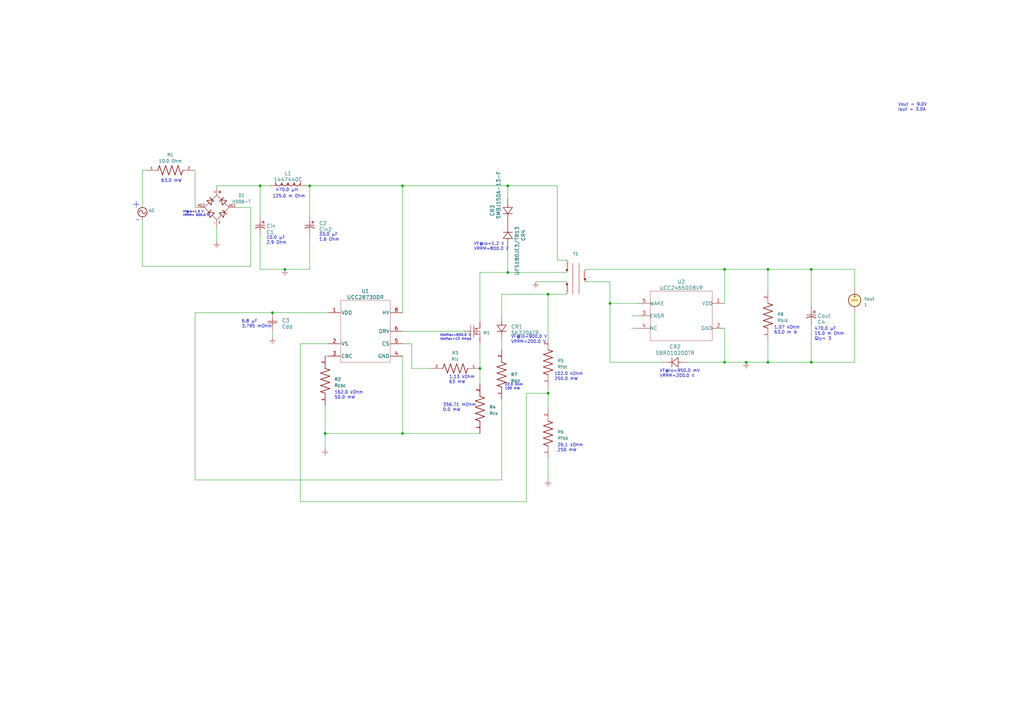
<source format=kicad_sch>
(kicad_sch (version 20230121) (generator eeschema)

  (uuid 5bc96906-5768-4921-b4b4-ceaa8b21f012)

  (paper "A3")

  (lib_symbols
    (symbol "2023-02-19_11-39-01:1447440C" (pin_numbers hide) (pin_names (offset 1.651) hide) (in_bom yes) (on_board yes)
      (property "Reference" "L" (at 6.985 5.08 0)
        (effects (font (size 1.524 1.524)))
      )
      (property "Value" "1447440C" (at 6.985 -5.715 0)
        (effects (font (size 1.524 1.524)))
      )
      (property "Footprint" "1447440C_MUR" (at 6.985 -7.239 0)
        (effects (font (size 1.524 1.524)) hide)
      )
      (property "Datasheet" "" (at 0 0 0)
        (effects (font (size 1.524 1.524)))
      )
      (property "ki_locked" "" (at 0 0 0)
        (effects (font (size 1.27 1.27)))
      )
      (property "ki_fp_filters" "1447440C_MUR" (at 0 0 0)
        (effects (font (size 1.27 1.27)) hide)
      )
      (symbol "1447440C_1_1"
        (polyline
          (pts
            (xy 2.54 0)
            (xy 2.54 1.27)
          )
          (stroke (width 0.2032) (type solid))
          (fill (type none))
        )
        (polyline
          (pts
            (xy 5.08 0)
            (xy 5.08 1.27)
          )
          (stroke (width 0.2032) (type solid))
          (fill (type none))
        )
        (polyline
          (pts
            (xy 7.62 0)
            (xy 7.62 1.27)
          )
          (stroke (width 0.2032) (type solid))
          (fill (type none))
        )
        (polyline
          (pts
            (xy 10.16 0)
            (xy 10.16 1.27)
          )
          (stroke (width 0.2032) (type solid))
          (fill (type none))
        )
        (polyline
          (pts
            (xy 12.7 0)
            (xy 12.7 1.27)
          )
          (stroke (width 0.2032) (type solid))
          (fill (type none))
        )
        (arc (start 2.54 1.27) (mid 3.81 0.0055) (end 5.08 1.27)
          (stroke (width 0.254) (type solid))
          (fill (type none))
        )
        (arc (start 5.08 1.27) (mid 6.35 0.0055) (end 7.62 1.27)
          (stroke (width 0.254) (type solid))
          (fill (type none))
        )
        (arc (start 7.62 1.27) (mid 8.89 0.0055) (end 10.16 1.27)
          (stroke (width 0.254) (type solid))
          (fill (type none))
        )
        (arc (start 10.16 1.27) (mid 11.43 0.0055) (end 12.7 1.27)
          (stroke (width 0.254) (type solid))
          (fill (type none))
        )
        (pin unspecified line (at 15.24 0 180) (length 2.54)
          (name "1" (effects (font (size 1.4986 1.4986))))
          (number "1" (effects (font (size 1.4986 1.4986))))
        )
        (pin unspecified line (at 0 0 0) (length 2.54)
          (name "2" (effects (font (size 1.4986 1.4986))))
          (number "2" (effects (font (size 1.4986 1.4986))))
        )
      )
    )
    (symbol "2023-02-19_11-44-09:ESG106M400AH4AA" (pin_numbers hide) (pin_names (offset 1.651) hide) (in_bom yes) (on_board yes)
      (property "Reference" "C" (at 3.81 3.81 0)
        (effects (font (size 1.524 1.524)))
      )
      (property "Value" "ESG106M400AH4AA" (at 3.81 -7.62 0)
        (effects (font (size 1.524 1.524)))
      )
      (property "Footprint" "E-H4_KEM" (at 3.81 -9.144 0)
        (effects (font (size 1.524 1.524)) hide)
      )
      (property "Datasheet" "" (at 0 0 0)
        (effects (font (size 1.524 1.524)))
      )
      (property "ki_locked" "" (at 0 0 0)
        (effects (font (size 1.27 1.27)))
      )
      (property "ki_fp_filters" "E-H4_KEM" (at 0 0 0)
        (effects (font (size 1.27 1.27)) hide)
      )
      (symbol "ESG106M400AH4AA_1_1"
        (polyline
          (pts
            (xy 1.5748 1.27)
            (xy 2.8448 1.27)
          )
          (stroke (width 0.2032) (type solid))
          (fill (type none))
        )
        (polyline
          (pts
            (xy 2.2098 0.635)
            (xy 2.2098 1.905)
          )
          (stroke (width 0.2032) (type solid))
          (fill (type none))
        )
        (polyline
          (pts
            (xy 2.54 0)
            (xy 3.4798 0)
          )
          (stroke (width 0.2032) (type solid))
          (fill (type none))
        )
        (polyline
          (pts
            (xy 3.4798 -1.905)
            (xy 3.4798 1.905)
          )
          (stroke (width 0.2032) (type solid))
          (fill (type none))
        )
        (polyline
          (pts
            (xy 4.1148 0)
            (xy 5.08 0)
          )
          (stroke (width 0.2032) (type solid))
          (fill (type none))
        )
        (arc (start 4.7498 1.905) (mid 4.1148 0) (end 4.7498 -1.905)
          (stroke (width 0.254) (type solid))
          (fill (type none))
        )
        (pin unspecified line (at 0 0 0) (length 2.54)
          (name "1" (effects (font (size 1.4986 1.4986))))
          (number "1" (effects (font (size 1.4986 1.4986))))
        )
        (pin unspecified line (at 7.62 0 180) (length 2.54)
          (name "2" (effects (font (size 1.4986 1.4986))))
          (number "2" (effects (font (size 1.4986 1.4986))))
        )
      )
    )
    (symbol "2023-02-19_11-47-00:PEG124YJ2330QL1" (pin_numbers hide) (pin_names (offset 1.651) hide) (in_bom yes) (on_board yes)
      (property "Reference" "C" (at 3.81 3.81 0)
        (effects (font (size 1.524 1.524)))
      )
      (property "Value" "PEG124YJ2330QL1" (at 3.81 -7.62 0)
        (effects (font (size 1.524 1.524)))
      )
      (property "Footprint" "PEG124J_KEM" (at 3.81 -9.144 0)
        (effects (font (size 1.524 1.524)) hide)
      )
      (property "Datasheet" "" (at 0 0 0)
        (effects (font (size 1.524 1.524)))
      )
      (property "ki_locked" "" (at 0 0 0)
        (effects (font (size 1.27 1.27)))
      )
      (property "ki_fp_filters" "PEG124J_KEM" (at 0 0 0)
        (effects (font (size 1.27 1.27)) hide)
      )
      (symbol "PEG124YJ2330QL1_1_1"
        (polyline
          (pts
            (xy 1.5748 1.27)
            (xy 2.8448 1.27)
          )
          (stroke (width 0.2032) (type solid))
          (fill (type none))
        )
        (polyline
          (pts
            (xy 2.2098 0.635)
            (xy 2.2098 1.905)
          )
          (stroke (width 0.2032) (type solid))
          (fill (type none))
        )
        (polyline
          (pts
            (xy 2.54 0)
            (xy 3.4798 0)
          )
          (stroke (width 0.2032) (type solid))
          (fill (type none))
        )
        (polyline
          (pts
            (xy 3.4798 -1.905)
            (xy 3.4798 1.905)
          )
          (stroke (width 0.2032) (type solid))
          (fill (type none))
        )
        (polyline
          (pts
            (xy 4.1148 0)
            (xy 5.08 0)
          )
          (stroke (width 0.2032) (type solid))
          (fill (type none))
        )
        (arc (start 4.7498 1.905) (mid 4.1148 0) (end 4.7498 -1.905)
          (stroke (width 0.254) (type solid))
          (fill (type none))
        )
        (pin unspecified line (at 0 0 0) (length 2.54)
          (name "1" (effects (font (size 1.4986 1.4986))))
          (number "1" (effects (font (size 1.4986 1.4986))))
        )
        (pin unspecified line (at 7.62 0 180) (length 2.54)
          (name "2" (effects (font (size 1.4986 1.4986))))
          (number "2" (effects (font (size 1.4986 1.4986))))
        )
      )
    )
    (symbol "2023-02-19_11-59-10:UCC28730DR" (pin_names (offset 0.254)) (in_bom yes) (on_board yes)
      (property "Reference" "U" (at 0 2.54 0)
        (effects (font (size 1.524 1.524)))
      )
      (property "Value" "UCC28730DR" (at 0 0 0)
        (effects (font (size 1.524 1.524)))
      )
      (property "Footprint" "D0007A_N" (at 0 -1.524 0)
        (effects (font (size 1.524 1.524)) hide)
      )
      (property "Datasheet" "" (at 0 0 0)
        (effects (font (size 1.524 1.524)))
      )
      (property "ki_locked" "" (at 0 0 0)
        (effects (font (size 1.27 1.27)))
      )
      (property "ki_fp_filters" "D0007A_N D0007A_M D0007A_L" (at 0 0 0)
        (effects (font (size 1.27 1.27)) hide)
      )
      (symbol "UCC28730DR_1_1"
        (polyline
          (pts
            (xy -10.16 -12.7)
            (xy 10.16 -12.7)
          )
          (stroke (width 0.1016) (type solid))
          (fill (type none))
        )
        (polyline
          (pts
            (xy -10.16 12.7)
            (xy -10.16 -12.7)
          )
          (stroke (width 0.1016) (type solid))
          (fill (type none))
        )
        (polyline
          (pts
            (xy 10.16 -12.7)
            (xy 10.16 12.7)
          )
          (stroke (width 0.1016) (type solid))
          (fill (type none))
        )
        (polyline
          (pts
            (xy 10.16 12.7)
            (xy -10.16 12.7)
          )
          (stroke (width 0.1016) (type solid))
          (fill (type none))
        )
        (pin power_in line (at -15.24 7.62 0) (length 5.08)
          (name "VDD" (effects (font (size 1.4986 1.4986))))
          (number "1" (effects (font (size 1.4986 1.4986))))
        )
        (pin input line (at -15.24 -5.08 0) (length 5.08)
          (name "VS" (effects (font (size 1.4986 1.4986))))
          (number "2" (effects (font (size 1.4986 1.4986))))
        )
        (pin input line (at -15.24 -10.16 0) (length 5.08)
          (name "CBC" (effects (font (size 1.4986 1.4986))))
          (number "3" (effects (font (size 1.4986 1.4986))))
        )
        (pin power_in line (at 15.24 -10.16 180) (length 5.08)
          (name "GND" (effects (font (size 1.4986 1.4986))))
          (number "4" (effects (font (size 1.4986 1.4986))))
        )
        (pin input line (at 15.24 -5.08 180) (length 5.08)
          (name "CS" (effects (font (size 1.4986 1.4986))))
          (number "5" (effects (font (size 1.4986 1.4986))))
        )
        (pin power_in line (at 15.24 0 180) (length 5.08)
          (name "DRV" (effects (font (size 1.4986 1.4986))))
          (number "6" (effects (font (size 1.4986 1.4986))))
        )
        (pin power_in line (at 15.24 7.62 180) (length 5.08)
          (name "HV" (effects (font (size 1.4986 1.4986))))
          (number "8" (effects (font (size 1.4986 1.4986))))
        )
      )
    )
    (symbol "2023-02-19_12-44-11:C2012X5R1V685K125AC" (pin_numbers hide) (pin_names (offset 1.651) hide) (in_bom yes) (on_board yes)
      (property "Reference" "C" (at 3.81 3.81 0)
        (effects (font (size 1.524 1.524)))
      )
      (property "Value" "C2012X5R1V685K125AC" (at 3.81 -7.62 0)
        (effects (font (size 1.524 1.524)))
      )
      (property "Footprint" "CAP_2012_TDK" (at 3.81 -9.144 0)
        (effects (font (size 1.524 1.524)) hide)
      )
      (property "Datasheet" "" (at 0 0 0)
        (effects (font (size 1.524 1.524)))
      )
      (property "ki_locked" "" (at 0 0 0)
        (effects (font (size 1.27 1.27)))
      )
      (property "ki_fp_filters" "CAP_2012_TDK CAP_2012_TDK-M CAP_2012_TDK-L" (at 0 0 0)
        (effects (font (size 1.27 1.27)) hide)
      )
      (symbol "C2012X5R1V685K125AC_1_1"
        (polyline
          (pts
            (xy 2.54 0)
            (xy 3.4798 0)
          )
          (stroke (width 0.2032) (type solid))
          (fill (type none))
        )
        (polyline
          (pts
            (xy 3.4798 -1.905)
            (xy 3.4798 1.905)
          )
          (stroke (width 0.2032) (type solid))
          (fill (type none))
        )
        (polyline
          (pts
            (xy 4.1148 -1.905)
            (xy 4.1148 1.905)
          )
          (stroke (width 0.2032) (type solid))
          (fill (type none))
        )
        (polyline
          (pts
            (xy 4.1148 0)
            (xy 5.08 0)
          )
          (stroke (width 0.2032) (type solid))
          (fill (type none))
        )
        (pin unspecified line (at 0 0 0) (length 2.54)
          (name "1" (effects (font (size 1.4986 1.4986))))
          (number "1" (effects (font (size 1.4986 1.4986))))
        )
        (pin unspecified line (at 7.62 0 180) (length 2.54)
          (name "2" (effects (font (size 1.4986 1.4986))))
          (number "2" (effects (font (size 1.4986 1.4986))))
        )
      )
    )
    (symbol "2023-02-19_13-51-20:SK220ATR" (pin_numbers hide) (pin_names (offset -1.651) hide) (in_bom yes) (on_board yes)
      (property "Reference" "CR" (at 5.08 4.445 0)
        (effects (font (size 1.524 1.524)))
      )
      (property "Value" "SK220ATR" (at 5.08 -7.62 0)
        (effects (font (size 1.524 1.524)))
      )
      (property "Footprint" "DIODE_SK220ATR_SMC" (at 5.08 -9.144 0)
        (effects (font (size 1.524 1.524)) hide)
      )
      (property "Datasheet" "" (at 0 0 0)
        (effects (font (size 1.524 1.524)))
      )
      (property "ki_locked" "" (at 0 0 0)
        (effects (font (size 1.27 1.27)))
      )
      (property "ki_fp_filters" "DIODE_SK220ATR_SMC DIODE_SK220ATR_SMC-M DIODE_SK220ATR_SMC-L" (at 0 0 0)
        (effects (font (size 1.27 1.27)) hide)
      )
      (symbol "SK220ATR_1_1"
        (polyline
          (pts
            (xy 2.54 0)
            (xy 3.4798 0)
          )
          (stroke (width 0.2032) (type solid))
          (fill (type none))
        )
        (polyline
          (pts
            (xy 3.175 0)
            (xy 3.81 0)
          )
          (stroke (width 0.2032) (type solid))
          (fill (type none))
        )
        (polyline
          (pts
            (xy 3.81 -1.905)
            (xy 6.35 0)
          )
          (stroke (width 0.2032) (type solid))
          (fill (type none))
        )
        (polyline
          (pts
            (xy 3.81 1.905)
            (xy 3.81 -1.905)
          )
          (stroke (width 0.2032) (type solid))
          (fill (type none))
        )
        (polyline
          (pts
            (xy 6.35 -1.905)
            (xy 6.35 1.905)
          )
          (stroke (width 0.2032) (type solid))
          (fill (type none))
        )
        (polyline
          (pts
            (xy 6.35 0)
            (xy 3.81 1.905)
          )
          (stroke (width 0.2032) (type solid))
          (fill (type none))
        )
        (polyline
          (pts
            (xy 6.35 0)
            (xy 7.62 0)
          )
          (stroke (width 0.2032) (type solid))
          (fill (type none))
        )
        (pin unspecified line (at 10.16 0 180) (length 2.54)
          (name "1" (effects (font (size 1.4986 1.4986))))
          (number "1" (effects (font (size 1.4986 1.4986))))
        )
        (pin unspecified line (at 0 0 0) (length 2.54)
          (name "2" (effects (font (size 1.4986 1.4986))))
          (number "2" (effects (font (size 1.4986 1.4986))))
        )
      )
    )
    (symbol "2023-02-19_14-00-38:UCC24650DBVR" (pin_names (offset -0.254)) (in_bom yes) (on_board yes)
      (property "Reference" "U" (at 0 2.54 0)
        (effects (font (size 1.524 1.524)))
      )
      (property "Value" "UCC24650DBVR" (at 0 0 0)
        (effects (font (size 1.524 1.524)))
      )
      (property "Footprint" "DBV0005A_N" (at 0 -1.524 0)
        (effects (font (size 1.524 1.524)) hide)
      )
      (property "Datasheet" "" (at 0 0 0)
        (effects (font (size 1.524 1.524)))
      )
      (property "ki_locked" "" (at 0 0 0)
        (effects (font (size 1.27 1.27)))
      )
      (property "ki_fp_filters" "DBV0005A_N DBV0005A_M DBV0005A_L" (at 0 0 0)
        (effects (font (size 1.27 1.27)) hide)
      )
      (symbol "UCC24650DBVR_1_1"
        (polyline
          (pts
            (xy -12.7 -10.16)
            (xy 12.7 -10.16)
          )
          (stroke (width 0.1016) (type solid))
          (fill (type none))
        )
        (polyline
          (pts
            (xy -12.7 10.16)
            (xy -12.7 -10.16)
          )
          (stroke (width 0.1016) (type solid))
          (fill (type none))
        )
        (polyline
          (pts
            (xy 12.7 -10.16)
            (xy 12.7 10.16)
          )
          (stroke (width 0.1016) (type solid))
          (fill (type none))
        )
        (polyline
          (pts
            (xy 12.7 10.16)
            (xy -12.7 10.16)
          )
          (stroke (width 0.1016) (type solid))
          (fill (type none))
        )
        (pin power_in line (at 17.78 5.08 180) (length 5.08)
          (name "VDD" (effects (font (size 1.4986 1.4986))))
          (number "1" (effects (font (size 1.4986 1.4986))))
        )
        (pin power_in line (at 17.78 -5.08 180) (length 5.08)
          (name "GND" (effects (font (size 1.4986 1.4986))))
          (number "2" (effects (font (size 1.4986 1.4986))))
        )
        (pin output line (at -17.78 0 0) (length 5.08)
          (name "ENSR" (effects (font (size 1.4986 1.4986))))
          (number "3" (effects (font (size 1.4986 1.4986))))
        )
        (pin unspecified line (at -17.78 -5.08 0) (length 5.08)
          (name "NC" (effects (font (size 1.4986 1.4986))))
          (number "4" (effects (font (size 1.4986 1.4986))))
        )
        (pin bidirectional line (at -17.78 5.08 0) (length 5.08)
          (name "WAKE" (effects (font (size 1.4986 1.4986))))
          (number "5" (effects (font (size 1.4986 1.4986))))
        )
      )
    )
    (symbol "CRCW04021K07FKED:CRCW04021K07FKED" (pin_names (offset 1.016)) (in_bom yes) (on_board yes)
      (property "Reference" "R" (at -7.6244 2.5415 0)
        (effects (font (size 1.27 1.27)) (justify left bottom))
      )
      (property "Value" "CRCW04021K07FKED" (at -7.63 -5.0866 0)
        (effects (font (size 1.27 1.27)) (justify left bottom))
      )
      (property "Footprint" "RESC1005X40N" (at 0 0 0)
        (effects (font (size 1.27 1.27)) (justify bottom) hide)
      )
      (property "Datasheet" "" (at 0 0 0)
        (effects (font (size 1.27 1.27)) hide)
      )
      (symbol "CRCW04021K07FKED_0_0"
        (polyline
          (pts
            (xy -5.08 0)
            (xy -4.445 1.905)
          )
          (stroke (width 0.254) (type default))
          (fill (type none))
        )
        (polyline
          (pts
            (xy -4.445 1.905)
            (xy -3.175 -1.905)
          )
          (stroke (width 0.254) (type default))
          (fill (type none))
        )
        (polyline
          (pts
            (xy -3.175 -1.905)
            (xy -1.905 1.905)
          )
          (stroke (width 0.254) (type default))
          (fill (type none))
        )
        (polyline
          (pts
            (xy -1.905 1.905)
            (xy -0.635 -1.905)
          )
          (stroke (width 0.254) (type default))
          (fill (type none))
        )
        (polyline
          (pts
            (xy -0.635 -1.905)
            (xy 0.635 1.905)
          )
          (stroke (width 0.254) (type default))
          (fill (type none))
        )
        (polyline
          (pts
            (xy 0.635 1.905)
            (xy 1.905 -1.905)
          )
          (stroke (width 0.254) (type default))
          (fill (type none))
        )
        (polyline
          (pts
            (xy 1.905 -1.905)
            (xy 3.175 1.905)
          )
          (stroke (width 0.254) (type default))
          (fill (type none))
        )
        (polyline
          (pts
            (xy 3.175 1.905)
            (xy 4.445 -1.905)
          )
          (stroke (width 0.254) (type default))
          (fill (type none))
        )
        (polyline
          (pts
            (xy 4.445 -1.905)
            (xy 5.08 0)
          )
          (stroke (width 0.254) (type default))
          (fill (type none))
        )
        (pin passive line (at -10.16 0 0) (length 5.08)
          (name "~" (effects (font (size 1.016 1.016))))
          (number "1" (effects (font (size 1.016 1.016))))
        )
        (pin passive line (at 10.16 0 180) (length 5.08)
          (name "~" (effects (font (size 1.016 1.016))))
          (number "2" (effects (font (size 1.016 1.016))))
        )
      )
    )
    (symbol "Device:L" (pin_numbers hide) (pin_names (offset 1.016) hide) (in_bom yes) (on_board yes)
      (property "Reference" "L" (at -1.27 0 90)
        (effects (font (size 1.27 1.27)))
      )
      (property "Value" "T1" (at 0 5.08 0)
        (effects (font (size 1.27 1.27)))
      )
      (property "Footprint" "" (at 0 0 0)
        (effects (font (size 1.27 1.27)) hide)
      )
      (property "Datasheet" "~" (at 0 0 0)
        (effects (font (size 1.27 1.27)) hide)
      )
      (property "ki_keywords" "inductor choke coil reactor magnetic" (at 0 0 0)
        (effects (font (size 1.27 1.27)) hide)
      )
      (property "ki_description" "Inductor" (at 0 0 0)
        (effects (font (size 1.27 1.27)) hide)
      )
      (property "ki_fp_filters" "Choke_* *Coil* Inductor_* L_*" (at 0 0 0)
        (effects (font (size 1.27 1.27)) hide)
      )
      (symbol "L_0_1"
        (arc (start 0 -12.192) (mid 0.5058 -11.684) (end 0 -11.176)
          (stroke (width 0) (type default))
          (fill (type none))
        )
        (arc (start 0 -11.176) (mid 0.5058 -10.668) (end 0 -10.16)
          (stroke (width 0) (type default))
          (fill (type none))
        )
        (arc (start 0 -10.16) (mid 0.5058 -9.652) (end 0 -9.144)
          (stroke (width 0) (type default))
          (fill (type none))
        )
        (arc (start 0 -9.144) (mid 0.5058 -8.636) (end 0 -8.128)
          (stroke (width 0) (type default))
          (fill (type none))
        )
        (circle (center 0 -8.636) (radius 0.254)
          (stroke (width 0) (type default))
          (fill (type outline))
        )
        (arc (start 0 -3.302) (mid 0.5058 -2.794) (end 0 -2.286)
          (stroke (width 0) (type default))
          (fill (type none))
        )
        (circle (center 0 -2.794) (radius 0.254)
          (stroke (width 0) (type default))
          (fill (type outline))
        )
        (arc (start 0 -2.286) (mid 0.5058 -1.778) (end 0 -1.27)
          (stroke (width 0) (type default))
          (fill (type none))
        )
        (arc (start 0 -1.27) (mid 0.5058 -0.762) (end 0 -0.254)
          (stroke (width 0) (type default))
          (fill (type none))
        )
        (arc (start 0 -0.254) (mid 0.5058 0.254) (end 0 0.762)
          (stroke (width 0) (type default))
          (fill (type none))
        )
        (polyline
          (pts
            (xy 2.54 0)
            (xy 2.54 -12.7)
          )
          (stroke (width 0) (type default))
          (fill (type none))
        )
        (polyline
          (pts
            (xy 5.08 0)
            (xy 5.08 -12.7)
          )
          (stroke (width 0) (type default))
          (fill (type none))
        )
        (circle (center 7.62 -6.604) (radius 0.254)
          (stroke (width 0) (type default))
          (fill (type outline))
        )
        (arc (start 7.62 -6.096) (mid 7.114 -6.604) (end 7.62 -7.112)
          (stroke (width 0) (type default))
          (fill (type none))
        )
        (arc (start 7.62 -5.08) (mid 7.114 -5.588) (end 7.62 -6.096)
          (stroke (width 0) (type default))
          (fill (type none))
        )
        (arc (start 7.62 -4.064) (mid 7.114 -4.572) (end 7.62 -5.08)
          (stroke (width 0) (type default))
          (fill (type none))
        )
        (arc (start 7.62 -3.048) (mid 7.114 -3.556) (end 7.62 -4.064)
          (stroke (width 0) (type default))
          (fill (type none))
        )
      )
      (symbol "L_1_1"
        (pin passive line (at 0 -3.81 90) (length 0.508)
          (name "1" (effects (font (size 1.27 1.27))))
          (number "1" (effects (font (size 1.27 1.27))))
        )
        (pin passive line (at 0 1.27 270) (length 0.508)
          (name "2" (effects (font (size 1.27 1.27))))
          (number "2" (effects (font (size 1.27 1.27))))
        )
        (pin passive line (at 0 -7.62 270) (length 0.508)
          (name "3" (effects (font (size 1.27 1.27))))
          (number "3" (effects (font (size 1.27 1.27))))
        )
        (pin passive line (at 0 -12.7 90) (length 0.508)
          (name "4" (effects (font (size 1.27 1.27))))
          (number "4" (effects (font (size 1.27 1.27))))
        )
        (pin passive line (at 7.62 -7.62 90) (length 0.508)
          (name "4" (effects (font (size 1.27 1.27))))
          (number "4" (effects (font (size 1.27 1.27))))
        )
        (pin passive line (at 7.62 -2.54 270) (length 0.508)
          (name "4" (effects (font (size 1.27 1.27))))
          (number "4" (effects (font (size 1.27 1.27))))
        )
      )
    )
    (symbol "HD06-T:HD06-T" (pin_names (offset 1.016)) (in_bom yes) (on_board yes)
      (property "Reference" "D" (at 5.08 5.08 0)
        (effects (font (size 1.27 1.27)) (justify left bottom))
      )
      (property "Value" "HD06-T" (at 5.08 -7.62 0)
        (effects (font (size 1.27 1.27)) (justify left bottom))
      )
      (property "Footprint" "DIOB_HD06-T" (at 0 0 0)
        (effects (font (size 1.27 1.27)) (justify bottom) hide)
      )
      (property "Datasheet" "" (at 0 0 0)
        (effects (font (size 1.27 1.27)) hide)
      )
      (property "STANDARD" "Manufacturer Recommendations" (at 0 0 0)
        (effects (font (size 1.27 1.27)) (justify bottom) hide)
      )
      (property "PARTREV" "16-3" (at 0 0 0)
        (effects (font (size 1.27 1.27)) (justify bottom) hide)
      )
      (property "MANUFACTURER" "Diodes" (at 0 0 0)
        (effects (font (size 1.27 1.27)) (justify bottom) hide)
      )
      (property "MAXIMUM_PACKAGE_HEIGHT" "3mm" (at 0 0 0)
        (effects (font (size 1.27 1.27)) (justify bottom) hide)
      )
      (symbol "HD06-T_0_0"
        (polyline
          (pts
            (xy -6.858 1.27)
            (xy -5.842 1.27)
          )
          (stroke (width 0.254) (type default))
          (fill (type none))
        )
        (polyline
          (pts
            (xy -6.35 0.762)
            (xy -6.35 1.778)
          )
          (stroke (width 0.254) (type default))
          (fill (type none))
        )
        (polyline
          (pts
            (xy -5.08 0)
            (xy -3.175 -1.905)
          )
          (stroke (width 0.1524) (type default))
          (fill (type none))
        )
        (polyline
          (pts
            (xy -3.175 -1.905)
            (xy -2.794 -4.064)
          )
          (stroke (width 0.254) (type default))
          (fill (type none))
        )
        (polyline
          (pts
            (xy -3.175 -1.905)
            (xy -1.016 -2.286)
          )
          (stroke (width 0.254) (type default))
          (fill (type none))
        )
        (polyline
          (pts
            (xy -3.175 1.905)
            (xy -5.08 0)
          )
          (stroke (width 0.1524) (type default))
          (fill (type none))
        )
        (polyline
          (pts
            (xy -3.175 1.905)
            (xy -2.794 4.064)
          )
          (stroke (width 0.254) (type default))
          (fill (type none))
        )
        (polyline
          (pts
            (xy -3.175 1.905)
            (xy -1.016 2.286)
          )
          (stroke (width 0.254) (type default))
          (fill (type none))
        )
        (polyline
          (pts
            (xy -2.3622 -1.0668)
            (xy -4.1402 -2.8448)
          )
          (stroke (width 0.254) (type default))
          (fill (type none))
        )
        (polyline
          (pts
            (xy -2.3622 1.016)
            (xy -4.1402 2.794)
          )
          (stroke (width 0.254) (type default))
          (fill (type none))
        )
        (polyline
          (pts
            (xy -1.016 -2.286)
            (xy -2.794 -4.064)
          )
          (stroke (width 0.254) (type default))
          (fill (type none))
        )
        (polyline
          (pts
            (xy -1.016 2.286)
            (xy -2.794 4.064)
          )
          (stroke (width 0.254) (type default))
          (fill (type none))
        )
        (polyline
          (pts
            (xy 0 -5.08)
            (xy -1.8034 -3.2766)
          )
          (stroke (width 0.1524) (type default))
          (fill (type none))
        )
        (polyline
          (pts
            (xy 0 -5.08)
            (xy 1.905 -3.175)
          )
          (stroke (width 0.1524) (type default))
          (fill (type none))
        )
        (polyline
          (pts
            (xy 0 5.08)
            (xy -1.8034 3.2766)
          )
          (stroke (width 0.1524) (type default))
          (fill (type none))
        )
        (polyline
          (pts
            (xy 1.905 -3.175)
            (xy 2.286 -1.016)
          )
          (stroke (width 0.254) (type default))
          (fill (type none))
        )
        (polyline
          (pts
            (xy 1.905 -3.175)
            (xy 4.064 -2.794)
          )
          (stroke (width 0.254) (type default))
          (fill (type none))
        )
        (polyline
          (pts
            (xy 1.905 3.175)
            (xy 0 5.08)
          )
          (stroke (width 0.1524) (type default))
          (fill (type none))
        )
        (polyline
          (pts
            (xy 1.905 3.175)
            (xy 2.286 1.016)
          )
          (stroke (width 0.254) (type default))
          (fill (type none))
        )
        (polyline
          (pts
            (xy 1.905 3.175)
            (xy 4.064 2.794)
          )
          (stroke (width 0.254) (type default))
          (fill (type none))
        )
        (polyline
          (pts
            (xy 2.7178 -4.0386)
            (xy 0.9398 -2.2606)
          )
          (stroke (width 0.254) (type default))
          (fill (type none))
        )
        (polyline
          (pts
            (xy 2.7178 4.0386)
            (xy 1.0668 2.3876)
          )
          (stroke (width 0.254) (type default))
          (fill (type none))
        )
        (polyline
          (pts
            (xy 3.2766 -1.8034)
            (xy 5.08 0)
          )
          (stroke (width 0.1524) (type default))
          (fill (type none))
        )
        (polyline
          (pts
            (xy 4.064 -2.794)
            (xy 2.286 -1.016)
          )
          (stroke (width 0.254) (type default))
          (fill (type none))
        )
        (polyline
          (pts
            (xy 4.064 2.794)
            (xy 2.286 1.016)
          )
          (stroke (width 0.254) (type default))
          (fill (type none))
        )
        (polyline
          (pts
            (xy 5.08 0)
            (xy 3.2766 1.8034)
          )
          (stroke (width 0.1524) (type default))
          (fill (type none))
        )
        (polyline
          (pts
            (xy 5.588 1.016)
            (xy 6.604 1.016)
          )
          (stroke (width 0.254) (type default))
          (fill (type none))
        )
        (pin passive line (at -7.62 0 0) (length 2.54)
          (name "~" (effects (font (size 1.016 1.016))))
          (number "+" (effects (font (size 1.016 1.016))))
        )
        (pin passive line (at 7.62 0 180) (length 2.54)
          (name "~" (effects (font (size 1.016 1.016))))
          (number "-" (effects (font (size 1.016 1.016))))
        )
        (pin passive line (at 0 7.62 270) (length 2.54)
          (name "~" (effects (font (size 1.016 1.016))))
          (number "AC1" (effects (font (size 1.016 1.016))))
        )
        (pin passive line (at 0 -7.62 90) (length 2.54)
          (name "~" (effects (font (size 1.016 1.016))))
          (number "AC2" (effects (font (size 1.016 1.016))))
        )
      )
    )
    (symbol "New_Library:M1" (in_bom yes) (on_board yes)
      (property "Reference" "U" (at 0 0 0)
        (effects (font (size 1.27 1.27)))
      )
      (property "Value" "" (at 0 0 0)
        (effects (font (size 1.27 1.27)))
      )
      (property "Footprint" "" (at 0 0 0)
        (effects (font (size 1.27 1.27)) hide)
      )
      (property "Datasheet" "" (at 0 0 0)
        (effects (font (size 1.27 1.27)) hide)
      )
      (symbol "M1_0_1"
        (polyline
          (pts
            (xy 2.54 0)
            (xy 1.27 0)
          )
          (stroke (width 0) (type default))
          (fill (type none))
        )
        (polyline
          (pts
            (xy 2.54 2.54)
            (xy 2.54 -2.54)
          )
          (stroke (width 0) (type default))
          (fill (type none))
        )
        (polyline
          (pts
            (xy 3.81 -1.27)
            (xy 6.35 -1.27)
          )
          (stroke (width 0) (type default))
          (fill (type none))
        )
        (polyline
          (pts
            (xy 3.81 2.54)
            (xy 3.81 -2.54)
          )
          (stroke (width 0) (type default))
          (fill (type none))
        )
        (polyline
          (pts
            (xy 3.81 1.27)
            (xy 6.35 1.27)
            (xy 6.35 3.81)
          )
          (stroke (width 0) (type default))
          (fill (type none))
        )
        (polyline
          (pts
            (xy 3.81 0)
            (xy 5.08 1.27)
            (xy 5.08 -1.27)
            (xy 3.81 0)
          )
          (stroke (width 0) (type default))
          (fill (type none))
        )
        (polyline
          (pts
            (xy 5.08 0)
            (xy 6.35 0)
            (xy 6.35 -2.54)
            (xy 6.35 -3.81)
          )
          (stroke (width 0) (type default))
          (fill (type none))
        )
      )
      (symbol "M1_1_1"
        (pin input line (at 0 0 0) (length 2.54)
          (name "" (effects (font (size 1.27 1.27))))
          (number "" (effects (font (size 1.27 1.27))))
        )
        (pin input line (at 6.35 -5.08 90) (length 2.54)
          (name "" (effects (font (size 1.27 1.27))))
          (number "" (effects (font (size 1.27 1.27))))
        )
        (pin input line (at 6.35 3.81 270) (length 2.54)
          (name "" (effects (font (size 1.27 1.27))))
          (number "" (effects (font (size 1.27 1.27))))
        )
      )
    )
    (symbol "Simulation_SPICE:IDC" (pin_numbers hide) (pin_names (offset 0.0254)) (in_bom yes) (on_board yes)
      (property "Reference" "I" (at 2.54 2.54 0)
        (effects (font (size 1.27 1.27)) (justify left))
      )
      (property "Value" "1" (at 2.54 0 0)
        (effects (font (size 1.27 1.27)) (justify left))
      )
      (property "Footprint" "" (at 0 0 0)
        (effects (font (size 1.27 1.27)) hide)
      )
      (property "Datasheet" "~" (at 0 0 0)
        (effects (font (size 1.27 1.27)) hide)
      )
      (property "Sim.Pins" "1=+ 2=-" (at 0 0 0)
        (effects (font (size 1.27 1.27)) hide)
      )
      (property "Sim.Type" "DC" (at 0 0 0)
        (effects (font (size 1.27 1.27)) hide)
      )
      (property "Sim.Device" "I" (at 0 0 0)
        (effects (font (size 1.27 1.27)) hide)
      )
      (property "ki_keywords" "simulation" (at 0 0 0)
        (effects (font (size 1.27 1.27)) hide)
      )
      (property "ki_description" "Current source, DC" (at 0 0 0)
        (effects (font (size 1.27 1.27)) hide)
      )
      (symbol "IDC_0_0"
        (polyline
          (pts
            (xy -1.27 0.254)
            (xy 1.27 0.254)
          )
          (stroke (width 0) (type default))
          (fill (type none))
        )
        (polyline
          (pts
            (xy -0.762 -0.254)
            (xy -1.27 -0.254)
          )
          (stroke (width 0) (type default))
          (fill (type none))
        )
        (polyline
          (pts
            (xy 0.254 -0.254)
            (xy -0.254 -0.254)
          )
          (stroke (width 0) (type default))
          (fill (type none))
        )
        (polyline
          (pts
            (xy 1.27 -0.254)
            (xy 0.762 -0.254)
          )
          (stroke (width 0) (type default))
          (fill (type none))
        )
      )
      (symbol "IDC_0_1"
        (polyline
          (pts
            (xy 0 1.27)
            (xy 0 2.286)
          )
          (stroke (width 0) (type default))
          (fill (type none))
        )
        (polyline
          (pts
            (xy -0.254 1.778)
            (xy 0 1.27)
            (xy 0.254 1.778)
          )
          (stroke (width 0) (type default))
          (fill (type none))
        )
        (circle (center 0 0) (radius 2.54)
          (stroke (width 0.254) (type default))
          (fill (type background))
        )
      )
      (symbol "IDC_1_1"
        (pin passive line (at 0 5.08 270) (length 2.54)
          (name "~" (effects (font (size 1.27 1.27))))
          (number "1" (effects (font (size 1.27 1.27))))
        )
        (pin passive line (at 0 -5.08 90) (length 2.54)
          (name "~" (effects (font (size 1.27 1.27))))
          (number "2" (effects (font (size 1.27 1.27))))
        )
      )
    )
    (symbol "power:AC" (power) (pin_names (offset 0)) (in_bom yes) (on_board yes)
      (property "Reference" "#PWR" (at 0 -2.54 0)
        (effects (font (size 1.27 1.27)) hide)
      )
      (property "Value" "AC" (at 0 6.35 0)
        (effects (font (size 1.27 1.27)))
      )
      (property "Footprint" "" (at 0 0 0)
        (effects (font (size 1.27 1.27)) hide)
      )
      (property "Datasheet" "" (at 0 0 0)
        (effects (font (size 1.27 1.27)) hide)
      )
      (property "ki_keywords" "global power" (at 0 0 0)
        (effects (font (size 1.27 1.27)) hide)
      )
      (property "ki_description" "Power symbol creates a global label with name \"AC\"" (at 0 0 0)
        (effects (font (size 1.27 1.27)) hide)
      )
      (symbol "AC_0_1"
        (polyline
          (pts
            (xy 0 0)
            (xy 0 1.27)
          )
          (stroke (width 0) (type default))
          (fill (type none))
        )
        (arc (start 0 3.175) (mid -0.635 3.8073) (end -1.27 3.175)
          (stroke (width 0.254) (type default))
          (fill (type none))
        )
        (arc (start 0 3.175) (mid 0.635 2.5427) (end 1.27 3.175)
          (stroke (width 0.254) (type default))
          (fill (type none))
        )
        (circle (center 0 3.175) (radius 1.905)
          (stroke (width 0.254) (type default))
          (fill (type none))
        )
      )
      (symbol "AC_1_1"
        (pin power_in line (at 0 0 90) (length 0) hide
          (name "AC" (effects (font (size 1.27 1.27))))
          (number "1" (effects (font (size 1.27 1.27))))
        )
      )
    )
    (symbol "power:Earth" (power) (pin_names (offset 0)) (in_bom yes) (on_board yes)
      (property "Reference" "#PWR" (at 0 -6.35 0)
        (effects (font (size 1.27 1.27)) hide)
      )
      (property "Value" "Earth" (at 0 -3.81 0)
        (effects (font (size 1.27 1.27)) hide)
      )
      (property "Footprint" "" (at 0 0 0)
        (effects (font (size 1.27 1.27)) hide)
      )
      (property "Datasheet" "~" (at 0 0 0)
        (effects (font (size 1.27 1.27)) hide)
      )
      (property "ki_keywords" "global ground gnd" (at 0 0 0)
        (effects (font (size 1.27 1.27)) hide)
      )
      (property "ki_description" "Power symbol creates a global label with name \"Earth\"" (at 0 0 0)
        (effects (font (size 1.27 1.27)) hide)
      )
      (symbol "Earth_0_1"
        (polyline
          (pts
            (xy -0.635 -1.905)
            (xy 0.635 -1.905)
          )
          (stroke (width 0) (type default))
          (fill (type none))
        )
        (polyline
          (pts
            (xy -0.127 -2.54)
            (xy 0.127 -2.54)
          )
          (stroke (width 0) (type default))
          (fill (type none))
        )
        (polyline
          (pts
            (xy 0 -1.27)
            (xy 0 0)
          )
          (stroke (width 0) (type default))
          (fill (type none))
        )
        (polyline
          (pts
            (xy 1.27 -1.27)
            (xy -1.27 -1.27)
          )
          (stroke (width 0) (type default))
          (fill (type none))
        )
      )
      (symbol "Earth_1_1"
        (pin power_in line (at 0 0 270) (length 0) hide
          (name "Earth" (effects (font (size 1.27 1.27))))
          (number "1" (effects (font (size 1.27 1.27))))
        )
      )
    )
  )

  (junction (at 306.07 148.59) (diameter 0) (color 0 0 0 0)
    (uuid 01fe376b-2a36-4bb6-bf94-e0dbe67f8280)
  )
  (junction (at 314.96 110.49) (diameter 0) (color 0 0 0 0)
    (uuid 11c58271-16b3-4518-ba03-82615f8eb2ed)
  )
  (junction (at 224.79 161.29) (diameter 0) (color 0 0 0 0)
    (uuid 37a78004-9ff6-46c4-b5e3-b1b0faffa1e3)
  )
  (junction (at 208.28 76.2) (diameter 0) (color 0 0 0 0)
    (uuid 3c007a80-d778-4c57-8af2-c52e3b5f0bf0)
  )
  (junction (at 314.96 148.59) (diameter 0) (color 0 0 0 0)
    (uuid 3c9a7960-b07b-482d-9f33-1c43a6ff754d)
  )
  (junction (at 250.19 124.46) (diameter 0) (color 0 0 0 0)
    (uuid 3ea91bf9-745d-45d9-bd86-8c5d92257c6b)
  )
  (junction (at 332.74 148.59) (diameter 0) (color 0 0 0 0)
    (uuid 42026b2b-6673-4acb-8b69-d2de2d60d416)
  )
  (junction (at 224.79 120.65) (diameter 0) (color 0 0 0 0)
    (uuid 65313f43-8438-498a-a70c-1f185e140447)
  )
  (junction (at 127 76.2) (diameter 0) (color 0 0 0 0)
    (uuid 661cd0e4-7b5c-4a3b-b1d9-5475894ab4d1)
  )
  (junction (at 165.1 177.8) (diameter 0) (color 0 0 0 0)
    (uuid 7292bef9-3516-437c-8664-f2a89be633d0)
  )
  (junction (at 297.18 110.49) (diameter 0) (color 0 0 0 0)
    (uuid 7cf66e81-6bda-475f-bd76-7508877c1574)
  )
  (junction (at 297.18 148.59) (diameter 0) (color 0 0 0 0)
    (uuid a802b6a1-efce-4a45-8e2e-acaaa573401e)
  )
  (junction (at 116.84 110.49) (diameter 0) (color 0 0 0 0)
    (uuid ac10d778-7f9e-47e3-a785-d9caf4f6460f)
  )
  (junction (at 165.1 76.2) (diameter 0) (color 0 0 0 0)
    (uuid afb6d0ba-e850-4fd2-88e5-b8817543dbb4)
  )
  (junction (at 196.85 151.13) (diameter 0) (color 0 0 0 0)
    (uuid bb2d1db4-8555-480a-bd09-d0de2099fda3)
  )
  (junction (at 111.76 128.27) (diameter 0) (color 0 0 0 0)
    (uuid bb3248a1-3639-4d80-8ee7-441f09547fb2)
  )
  (junction (at 208.28 111.76) (diameter 0) (color 0 0 0 0)
    (uuid c191fb8c-897a-478a-b8a2-65e42d7f96d1)
  )
  (junction (at 106.68 76.2) (diameter 0) (color 0 0 0 0)
    (uuid c5111515-603a-41c7-8963-9f75b5a1b43b)
  )
  (junction (at 332.74 110.49) (diameter 0) (color 0 0 0 0)
    (uuid cbeddf4f-ea17-433f-bd88-760fa1068702)
  )
  (junction (at 133.35 177.8) (diameter 0) (color 0 0 0 0)
    (uuid dcefdb3f-250b-43e9-84ae-a1e588742a50)
  )

  (wire (pts (xy 196.85 111.76) (xy 208.28 111.76))
    (stroke (width 0) (type default))
    (uuid 04b61daf-b379-470d-98db-4495dd02b557)
  )
  (wire (pts (xy 102.87 85.09) (xy 96.52 85.09))
    (stroke (width 0) (type default))
    (uuid 05973ea8-4f63-4688-978d-c8583e8b26ad)
  )
  (wire (pts (xy 127 76.2) (xy 165.1 76.2))
    (stroke (width 0) (type default))
    (uuid 06939897-b407-4dd4-a41b-38690db4b90e)
  )
  (wire (pts (xy 250.19 124.46) (xy 250.19 148.59))
    (stroke (width 0) (type default))
    (uuid 08357ace-2572-4326-8cc8-fa9629c5224b)
  )
  (wire (pts (xy 168.91 140.97) (xy 168.91 151.13))
    (stroke (width 0) (type default))
    (uuid 0906b717-7d12-493e-8135-8bd9d0756cbc)
  )
  (wire (pts (xy 165.1 177.8) (xy 196.85 177.8))
    (stroke (width 0) (type default))
    (uuid 0c491756-53fb-4d18-8013-53bbe51a14bc)
  )
  (wire (pts (xy 240.03 110.49) (xy 297.18 110.49))
    (stroke (width 0) (type default))
    (uuid 11df748b-a079-4846-9840-b43dfbc2b5eb)
  )
  (wire (pts (xy 59.69 69.85) (xy 58.42 69.85))
    (stroke (width 0) (type default))
    (uuid 130dde28-5858-4ef8-855a-5ed8a2afb810)
  )
  (wire (pts (xy 196.85 140.97) (xy 196.85 151.13))
    (stroke (width 0) (type default))
    (uuid 13727d10-9c3d-4b6f-bf48-c8a8620565a3)
  )
  (wire (pts (xy 208.28 111.76) (xy 232.41 111.76))
    (stroke (width 0) (type default))
    (uuid 141a61b0-a517-4395-b12a-881e1c1026ad)
  )
  (wire (pts (xy 350.52 148.59) (xy 332.74 148.59))
    (stroke (width 0) (type default))
    (uuid 17852878-613a-4ec5-9076-5489d925c0bf)
  )
  (wire (pts (xy 80.01 69.85) (xy 80.01 85.09))
    (stroke (width 0) (type default))
    (uuid 1ca4f869-3301-409b-b4cf-b4cbe293329d)
  )
  (wire (pts (xy 215.9 205.74) (xy 215.9 161.29))
    (stroke (width 0) (type default))
    (uuid 1ce9f2c3-88ba-4c70-9368-6787a7b0f8d8)
  )
  (wire (pts (xy 219.71 115.57) (xy 232.41 115.57))
    (stroke (width 0) (type default))
    (uuid 1fe26238-b06c-42ca-b071-6b5a43f41f4d)
  )
  (wire (pts (xy 297.18 148.59) (xy 306.07 148.59))
    (stroke (width 0) (type default))
    (uuid 21032eae-c221-457f-84bf-5f5e4b058137)
  )
  (wire (pts (xy 88.9 76.2) (xy 88.9 77.47))
    (stroke (width 0) (type default))
    (uuid 220708be-8bcd-42c2-b271-7def46410a82)
  )
  (polyline (pts (xy 54.61 83.82) (xy 57.15 83.82))
    (stroke (width 0) (type default))
    (uuid 2a60a3cb-cef4-47c7-810c-51ead5a84ec8)
  )

  (wire (pts (xy 58.42 90.17) (xy 58.42 109.22))
    (stroke (width 0) (type default))
    (uuid 2bec9fee-a941-4730-8948-f4ce8d0498cd)
  )
  (wire (pts (xy 332.74 110.49) (xy 350.52 110.49))
    (stroke (width 0) (type default))
    (uuid 3483fadd-2155-4ee4-bfd1-37981bd1325d)
  )
  (wire (pts (xy 196.85 111.76) (xy 196.85 132.08))
    (stroke (width 0) (type default))
    (uuid 38e61f4a-9b58-4e9e-8320-19e0cd462a8a)
  )
  (wire (pts (xy 168.91 151.13) (xy 176.53 151.13))
    (stroke (width 0) (type default))
    (uuid 3ca4b0e1-e2ec-4c3b-8878-6b3a28fb891f)
  )
  (wire (pts (xy 259.08 129.54) (xy 261.62 129.54))
    (stroke (width 0) (type default))
    (uuid 3e36eb83-ff7e-4f50-a8b6-be3e0aae74b2)
  )
  (wire (pts (xy 297.18 134.62) (xy 297.18 148.59))
    (stroke (width 0) (type default))
    (uuid 427922be-8243-4c8f-b66e-06f3afe52662)
  )
  (wire (pts (xy 106.68 96.52) (xy 106.68 110.49))
    (stroke (width 0) (type default))
    (uuid 43529cef-0225-465f-995d-b34fe5593dde)
  )
  (wire (pts (xy 228.6 76.2) (xy 228.6 106.68))
    (stroke (width 0) (type default))
    (uuid 4db6254b-cf56-4b4d-a3fb-57e36de68cc5)
  )
  (wire (pts (xy 205.74 196.85) (xy 205.74 163.83))
    (stroke (width 0) (type default))
    (uuid 4f20f46d-d7ca-4ec0-9206-34c4744b008e)
  )
  (wire (pts (xy 297.18 110.49) (xy 297.18 124.46))
    (stroke (width 0) (type default))
    (uuid 4f938368-8f93-4382-84b4-e223410fee69)
  )
  (wire (pts (xy 350.52 110.49) (xy 350.52 118.11))
    (stroke (width 0) (type default))
    (uuid 5164d788-328d-4170-b891-2f098147aab8)
  )
  (wire (pts (xy 208.28 76.2) (xy 208.28 81.28))
    (stroke (width 0) (type default))
    (uuid 5b69515c-57d3-4f48-b9bf-dbbc7099ccbd)
  )
  (wire (pts (xy 250.19 115.57) (xy 240.03 115.57))
    (stroke (width 0) (type default))
    (uuid 5cbb0b8b-0153-49a9-80f8-86cc3f262bdf)
  )
  (wire (pts (xy 58.42 69.85) (xy 58.42 85.09))
    (stroke (width 0) (type default))
    (uuid 647372a3-8a17-44e1-8cc2-35c6d62b30f2)
  )
  (polyline (pts (xy 55.88 82.55) (xy 55.88 83.82))
    (stroke (width 0) (type default))
    (uuid 65135079-59c1-466a-b237-345460e79dbe)
  )

  (wire (pts (xy 297.18 110.49) (xy 314.96 110.49))
    (stroke (width 0) (type default))
    (uuid 6997887f-bfff-425b-a47c-cb220cec52be)
  )
  (wire (pts (xy 88.9 76.2) (xy 106.68 76.2))
    (stroke (width 0) (type default))
    (uuid 6b832451-5ff8-4d6c-bbba-7d996a488722)
  )
  (wire (pts (xy 80.01 196.85) (xy 205.74 196.85))
    (stroke (width 0) (type default))
    (uuid 6bdc52fc-8900-47ba-83f4-c9d05e213b18)
  )
  (wire (pts (xy 127 110.49) (xy 127 96.52))
    (stroke (width 0) (type default))
    (uuid 7111e1a9-23eb-4c75-b1fd-79b005b755dc)
  )
  (wire (pts (xy 165.1 140.97) (xy 168.91 140.97))
    (stroke (width 0) (type default))
    (uuid 714beefb-3973-4091-9d01-e241c179ee64)
  )
  (wire (pts (xy 196.85 157.48) (xy 196.85 151.13))
    (stroke (width 0) (type default))
    (uuid 716a4ffa-0ba1-44ab-a949-8d659b7f3658)
  )
  (wire (pts (xy 80.01 128.27) (xy 80.01 196.85))
    (stroke (width 0) (type default))
    (uuid 7c0ba285-e2b4-4969-92fe-2752ba9511f4)
  )
  (polyline (pts (xy 55.88 83.82) (xy 55.88 85.09))
    (stroke (width 0) (type default))
    (uuid 7f15e738-8ef3-4c80-93e4-50d07e7c0946)
  )

  (wire (pts (xy 102.87 109.22) (xy 102.87 85.09))
    (stroke (width 0) (type default))
    (uuid 804cbcb2-b4e6-49d1-86b9-fdb2e652f471)
  )
  (wire (pts (xy 165.1 135.89) (xy 190.5 135.89))
    (stroke (width 0) (type default))
    (uuid 807b6bdc-c107-4f83-87ae-b63e809ea83a)
  )
  (wire (pts (xy 205.74 120.65) (xy 205.74 129.54))
    (stroke (width 0) (type default))
    (uuid 816da5cd-8aef-4c4a-ac3c-d9023abb27ff)
  )
  (wire (pts (xy 80.01 85.09) (xy 81.28 85.09))
    (stroke (width 0) (type default))
    (uuid 8e0828a6-e01e-4c52-a573-268be87b079a)
  )
  (wire (pts (xy 250.19 148.59) (xy 271.78 148.59))
    (stroke (width 0) (type default))
    (uuid 8ea7aad1-afac-4c2e-8501-b9ccafc858f4)
  )
  (wire (pts (xy 111.76 128.27) (xy 80.01 128.27))
    (stroke (width 0) (type default))
    (uuid 8ec83427-797a-4b92-a931-62330927a733)
  )
  (polyline (pts (xy 55.88 90.17) (xy 57.15 90.17))
    (stroke (width 0) (type default))
    (uuid 96a541b4-9c4e-4d1d-aec7-41ef3d08552d)
  )

  (wire (pts (xy 250.19 124.46) (xy 261.62 124.46))
    (stroke (width 0) (type default))
    (uuid 96d8bb31-300b-4b32-a987-3b3b7fa051f9)
  )
  (wire (pts (xy 224.79 161.29) (xy 224.79 167.64))
    (stroke (width 0) (type default))
    (uuid 97f8c3dd-1f92-4b52-83fb-d64bc2f60c21)
  )
  (wire (pts (xy 314.96 110.49) (xy 332.74 110.49))
    (stroke (width 0) (type default))
    (uuid 9c369f0c-77d5-48f9-a918-55c3a274b74e)
  )
  (wire (pts (xy 116.84 110.49) (xy 127 110.49))
    (stroke (width 0) (type default))
    (uuid 9c48cd72-5ad5-4278-bc60-c7c86444c32d)
  )
  (wire (pts (xy 133.35 146.05) (xy 134.62 146.05))
    (stroke (width 0) (type default))
    (uuid 9f4e6f15-b9c7-4148-aa52-894e9672f71a)
  )
  (wire (pts (xy 134.62 140.97) (xy 123.19 140.97))
    (stroke (width 0) (type default))
    (uuid a2e83aa0-0c0e-4791-b8a0-7cc488cdeeda)
  )
  (wire (pts (xy 332.74 148.59) (xy 314.96 148.59))
    (stroke (width 0) (type default))
    (uuid a3b3aa69-81f9-4f9d-8a1f-1393bfb87d0a)
  )
  (wire (pts (xy 125.73 76.2) (xy 127 76.2))
    (stroke (width 0) (type default))
    (uuid a5006aed-ba76-4f54-af36-5c1aadbdb9fe)
  )
  (wire (pts (xy 208.28 76.2) (xy 228.6 76.2))
    (stroke (width 0) (type default))
    (uuid a548d3a7-c791-4c11-bd0e-3b0f94937edf)
  )
  (wire (pts (xy 314.96 139.7) (xy 314.96 148.59))
    (stroke (width 0) (type default))
    (uuid ad62367c-6b99-4d86-a1c6-48b768defcbc)
  )
  (wire (pts (xy 259.08 134.62) (xy 261.62 134.62))
    (stroke (width 0) (type default))
    (uuid b70570f8-e0ed-432f-bba0-3f70721d3b95)
  )
  (wire (pts (xy 205.74 120.65) (xy 224.79 120.65))
    (stroke (width 0) (type default))
    (uuid b99ec7fe-de1b-49a1-a248-1adaaa8d2ba8)
  )
  (wire (pts (xy 224.79 187.96) (xy 224.79 196.85))
    (stroke (width 0) (type default))
    (uuid bab5f678-62a0-4665-9790-001e6b9d4c83)
  )
  (wire (pts (xy 106.68 76.2) (xy 106.68 88.9))
    (stroke (width 0) (type default))
    (uuid bdc1ec46-4ffb-436d-afa6-a51dcbf523b2)
  )
  (wire (pts (xy 165.1 76.2) (xy 165.1 128.27))
    (stroke (width 0) (type default))
    (uuid bfabe213-e255-451c-adf0-f441e77031e3)
  )
  (wire (pts (xy 332.74 148.59) (xy 332.74 133.35))
    (stroke (width 0) (type default))
    (uuid c01589f7-ee7f-4e03-a780-9de2b2856f31)
  )
  (wire (pts (xy 228.6 106.68) (xy 232.41 106.68))
    (stroke (width 0) (type default))
    (uuid c1cab286-9df5-4bc2-a830-0fcb746e6e2e)
  )
  (wire (pts (xy 106.68 110.49) (xy 116.84 110.49))
    (stroke (width 0) (type default))
    (uuid c27b7933-07cc-42b4-9e1b-cd0c2efb1745)
  )
  (wire (pts (xy 58.42 109.22) (xy 102.87 109.22))
    (stroke (width 0) (type default))
    (uuid c78161e4-471c-4454-af35-dbb35d4f9ed9)
  )
  (wire (pts (xy 332.74 110.49) (xy 332.74 125.73))
    (stroke (width 0) (type default))
    (uuid c8bcbb66-1875-4ff3-8136-749e6f9f5699)
  )
  (wire (pts (xy 165.1 76.2) (xy 208.28 76.2))
    (stroke (width 0) (type default))
    (uuid ca1e28ae-5f27-476a-8748-b3241ad6c6f5)
  )
  (wire (pts (xy 165.1 146.05) (xy 165.1 177.8))
    (stroke (width 0) (type default))
    (uuid cb81eb81-2886-4be4-b447-354acb29d53d)
  )
  (wire (pts (xy 123.19 205.74) (xy 215.9 205.74))
    (stroke (width 0) (type default))
    (uuid d0020fcc-64f1-48c3-8f6d-51ee40ac5662)
  )
  (wire (pts (xy 106.68 76.2) (xy 110.49 76.2))
    (stroke (width 0) (type default))
    (uuid d48f8aeb-35cb-471d-b707-f5366943c778)
  )
  (wire (pts (xy 123.19 140.97) (xy 123.19 205.74))
    (stroke (width 0) (type default))
    (uuid d61db823-7c7c-497d-88e9-9e2685e9e9da)
  )
  (wire (pts (xy 133.35 166.37) (xy 133.35 177.8))
    (stroke (width 0) (type default))
    (uuid d99c97e9-484d-47ff-9807-b54122469c88)
  )
  (wire (pts (xy 224.79 120.65) (xy 224.79 138.43))
    (stroke (width 0) (type default))
    (uuid dad2b45f-baf2-4d7e-87d3-c585f38f8062)
  )
  (wire (pts (xy 215.9 161.29) (xy 224.79 161.29))
    (stroke (width 0) (type default))
    (uuid e06592c0-a643-4e71-826b-b7d0159ebc50)
  )
  (wire (pts (xy 224.79 158.75) (xy 224.79 161.29))
    (stroke (width 0) (type default))
    (uuid e6a22d9b-6bcb-46ef-bb1c-ca83439cfa51)
  )
  (wire (pts (xy 350.52 128.27) (xy 350.52 148.59))
    (stroke (width 0) (type default))
    (uuid e77601b1-154a-4b89-8aef-2b61f423e438)
  )
  (wire (pts (xy 111.76 128.27) (xy 134.62 128.27))
    (stroke (width 0) (type default))
    (uuid e8113026-1c36-488d-841f-07b1b9572796)
  )
  (wire (pts (xy 224.79 120.65) (xy 232.41 120.65))
    (stroke (width 0) (type default))
    (uuid e8df8cf9-16ac-4f8c-b6ea-96e3257a1578)
  )
  (wire (pts (xy 127 76.2) (xy 127 88.9))
    (stroke (width 0) (type default))
    (uuid ea01a1e1-9b00-4f5d-9d10-8501c35f0526)
  )
  (wire (pts (xy 281.94 148.59) (xy 297.18 148.59))
    (stroke (width 0) (type default))
    (uuid ea0d0a7e-3ffd-47ed-80bb-4c5ae1a92e4a)
  )
  (wire (pts (xy 250.19 115.57) (xy 250.19 124.46))
    (stroke (width 0) (type default))
    (uuid ea958ed5-842e-423c-88ce-dcfb55830b12)
  )
  (wire (pts (xy 133.35 177.8) (xy 165.1 177.8))
    (stroke (width 0) (type default))
    (uuid eb1762c4-51f1-4245-9482-3a1be2b86876)
  )
  (wire (pts (xy 314.96 110.49) (xy 314.96 119.38))
    (stroke (width 0) (type default))
    (uuid ebdbdf68-f143-4d8b-934d-73807a5a9a4f)
  )
  (wire (pts (xy 208.28 101.6) (xy 208.28 111.76))
    (stroke (width 0) (type default))
    (uuid eccd5ff8-d4c7-4d03-aa29-b7b7a3e89717)
  )
  (wire (pts (xy 306.07 148.59) (xy 314.96 148.59))
    (stroke (width 0) (type default))
    (uuid ef6483c5-63d4-4a4c-b23f-95d0626308cb)
  )
  (wire (pts (xy 205.74 139.7) (xy 205.74 143.51))
    (stroke (width 0) (type default))
    (uuid f3d98e7f-8b64-4db0-9cef-1675c02247f8)
  )
  (wire (pts (xy 88.9 92.71) (xy 88.9 99.06))
    (stroke (width 0) (type default))
    (uuid fae19408-636d-49b9-b56d-29836dd6eb42)
  )
  (wire (pts (xy 133.35 177.8) (xy 133.35 184.15))
    (stroke (width 0) (type default))
    (uuid fd597359-5060-4689-8f9d-3f38234762a2)
  )
  (wire (pts (xy 111.76 138.43) (xy 111.76 135.89))
    (stroke (width 0) (type default))
    (uuid fe354981-18bf-4cc1-ac16-fc9650347e55)
  )

  (text "Vout = 9.0V\nIout = 3.0A" (at 368.3 45.72 0)
    (effects (font (size 1.27 1.27)) (justify left bottom))
    (uuid 17368a0e-c228-4644-98a5-f803e275e192)
  )
  (text "Vf@lo=1.0 V\nVRRM= 600.0 V" (at 74.93 88.9 0)
    (effects (font (size 0.9 0.9)) (justify left bottom))
    (uuid 1fa51341-07ff-49ad-a0dd-1eb5eb8d1966)
  )
  (text "356.71 mOhm\n0.0 mW\n" (at 181.61 168.91 0)
    (effects (font (size 1.27 1.27)) (justify left bottom))
    (uuid 2d0810de-5fda-4249-bb78-273d5c32e8da)
  )
  (text "10.0 µF\n2.9 Ohm" (at 109.22 100.33 0)
    (effects (font (size 1.27 1.27)) (justify left bottom))
    (uuid 586a4577-6d35-493e-af90-9a192797e32b)
  )
  (text "470.0 µH" (at 113.03 78.74 0)
    (effects (font (size 1.27 1.27)) (justify left bottom))
    (uuid 5f87f6ab-f020-4e00-8702-41cb44c33726)
  )
  (text "63.0 mW\n" (at 66.04 74.93 0)
    (effects (font (size 1.27 1.27)) (justify left bottom))
    (uuid 6184a421-b20e-4ebc-99e7-a3ae692fdc0d)
  )
  (text "VdsMax=650.0 V\nIdsMax=13 Amps" (at 180.34 139.7 0)
    (effects (font (size 1 1)) (justify left bottom))
    (uuid 76ac6c0e-39c5-429d-8c0c-f8674f1498a6)
  )
  (text "102.0 kOhm\n250.0 mW" (at 227.33 156.21 0)
    (effects (font (size 1.27 1.27)) (justify left bottom))
    (uuid 77734969-b4be-4e6b-b75a-e85f3bf2ef74)
  )
  (text "1.13 kOhm\n63 mW\n" (at 184.15 157.48 0)
    (effects (font (size 1.27 1.27)) (justify left bottom))
    (uuid 79f3da4c-9bf2-4ead-a95d-7154a9697927)
  )
  (text "VF@lo=900.0 V\nVRRM=200.0 V" (at 209.55 140.97 0)
    (effects (font (size 1.27 1.27)) (justify left bottom))
    (uuid 81a158d4-b242-40f2-b34f-a1a1759b7a41)
  )
  (text "125.0 m Ohm" (at 111.76 81.28 0)
    (effects (font (size 1.27 1.27)) (justify left bottom))
    (uuid 8c1abac7-4893-4a57-818c-d793d9cf6698)
  )
  (text "22.0 Ohm\n100 mW\n" (at 207.01 160.02 0)
    (effects (font (size 1 1)) (justify left bottom))
    (uuid 9cfeeca1-eb65-4c52-8383-6a0795326e73)
  )
  (text "162.0 kOhm\n50.0 mW" (at 137.16 163.83 0)
    (effects (font (size 1.27 1.27)) (justify left bottom))
    (uuid a74b9016-4928-4e88-88d8-54703cbae246)
  )
  (text "6.8 µF\n3.795 mOhm" (at 99.06 134.62 0)
    (effects (font (size 1.27 1.27)) (justify left bottom))
    (uuid b977f0b2-c2f9-46f2-9af9-a53e237b5bea)
  )
  (text "470.0 µF\n15.0 m Ohm\nQty= 3\n" (at 334.01 139.7 0)
    (effects (font (size 1.27 1.27)) (justify left bottom))
    (uuid be3aaab7-3329-4798-b2c6-a081f52f904c)
  )
  (text "26.1 kOhm\n250 mW\n" (at 228.6 185.42 0)
    (effects (font (size 1.27 1.27)) (justify left bottom))
    (uuid cd37b931-974c-4bf3-8527-29eccdb22476)
  )
  (text "VF@lo=950.0 mV\nVRRM=200.0 V" (at 270.51 154.94 0)
    (effects (font (size 1.27 1.27)) (justify left bottom))
    (uuid cd624f15-adaf-4396-91db-96b41079805f)
  )
  (text "VF@lo=1.2 V\nVRRM=800.0 V" (at 194.31 102.87 0)
    (effects (font (size 1.27 1.27)) (justify left bottom))
    (uuid dd02270c-7c7a-48b8-a5af-15933d4978b3)
  )
  (text "1.07 kOhm\n63.0 m W" (at 317.5 137.16 0)
    (effects (font (size 1.27 1.27)) (justify left bottom))
    (uuid e3899877-0348-43c4-97bb-e4edf648964c)
  )
  (text "33.0 µF\n1.6 Ohm" (at 130.81 99.06 0)
    (effects (font (size 1.27 1.27)) (justify left bottom))
    (uuid fc1d30f4-ec5c-4647-ad96-f86d20327657)
  )

  (symbol (lib_id "CRCW04021K07FKED:CRCW04021K07FKED") (at 224.79 148.59 90) (unit 1)
    (in_bom yes) (on_board yes) (dnp no) (fields_autoplaced)
    (uuid 01a3e589-9709-4c3a-9660-8f581ab1e715)
    (property "Reference" "R5" (at 228.6 147.955 90)
      (effects (font (size 1.27 1.27)) (justify right))
    )
    (property "Value" "Rfbt" (at 228.6 150.495 90)
      (effects (font (size 1.27 1.27)) (justify right))
    )
    (property "Footprint" "RESC1005X40N" (at 224.79 148.59 0)
      (effects (font (size 1.27 1.27)) (justify bottom) hide)
    )
    (property "Datasheet" "" (at 224.79 148.59 0)
      (effects (font (size 1.27 1.27)) hide)
    )
    (pin "1" (uuid 822e0b6d-30e0-402e-a488-44801e0f9e3c))
    (pin "2" (uuid 3527086b-db3d-4e40-aa79-f24d80d8c72b))
    (instances
      (project "6 UCC28730DR"
        (path "/5bc96906-5768-4921-b4b4-ceaa8b21f012"
          (reference "R5") (unit 1)
        )
      )
    )
  )

  (symbol (lib_id "CRCW04021K07FKED:CRCW04021K07FKED") (at 133.35 156.21 90) (unit 1)
    (in_bom yes) (on_board yes) (dnp no) (fields_autoplaced)
    (uuid 065f91b9-e375-4dc9-aeba-973482ff83cd)
    (property "Reference" "R2" (at 137.16 155.575 90)
      (effects (font (size 1.27 1.27)) (justify right))
    )
    (property "Value" "Rcbc" (at 137.16 158.115 90)
      (effects (font (size 1.27 1.27)) (justify right))
    )
    (property "Footprint" "RESC1005X40N" (at 133.35 156.21 0)
      (effects (font (size 1.27 1.27)) (justify bottom) hide)
    )
    (property "Datasheet" "" (at 133.35 156.21 0)
      (effects (font (size 1.27 1.27)) hide)
    )
    (pin "1" (uuid 66b6bd27-69f9-412f-a693-4aa7a6bd5c26))
    (pin "2" (uuid 8d8678f4-a90a-4fcd-a021-9b8eb57ebe4b))
    (instances
      (project "6 UCC28730DR"
        (path "/5bc96906-5768-4921-b4b4-ceaa8b21f012"
          (reference "R2") (unit 1)
        )
      )
    )
  )

  (symbol (lib_id "CRCW04021K07FKED:CRCW04021K07FKED") (at 224.79 177.8 90) (unit 1)
    (in_bom yes) (on_board yes) (dnp no) (fields_autoplaced)
    (uuid 068f8262-c431-48f4-ba1c-3e1ace4edeb7)
    (property "Reference" "R6" (at 228.6 177.165 90)
      (effects (font (size 1.27 1.27)) (justify right))
    )
    (property "Value" "Rfbb" (at 228.6 179.705 90)
      (effects (font (size 1.27 1.27)) (justify right))
    )
    (property "Footprint" "RESC1005X40N" (at 224.79 177.8 0)
      (effects (font (size 1.27 1.27)) (justify bottom) hide)
    )
    (property "Datasheet" "" (at 224.79 177.8 0)
      (effects (font (size 1.27 1.27)) hide)
    )
    (pin "1" (uuid 710fb66d-c46d-43b8-a767-a6d23abdb049))
    (pin "2" (uuid e7f783d7-7860-416d-8a48-58f64147387c))
    (instances
      (project "6 UCC28730DR"
        (path "/5bc96906-5768-4921-b4b4-ceaa8b21f012"
          (reference "R6") (unit 1)
        )
      )
    )
  )

  (symbol (lib_id "2023-02-19_13-51-20:SK220ATR") (at 205.74 129.54 270) (unit 1)
    (in_bom yes) (on_board yes) (dnp no) (fields_autoplaced)
    (uuid 0dbc84e0-f9b0-427e-b673-17ca50896b41)
    (property "Reference" "CR1" (at 209.55 133.985 90)
      (effects (font (size 1.524 1.524)) (justify left))
    )
    (property "Value" "SK220ATR" (at 209.55 136.525 90)
      (effects (font (size 1.524 1.524)) (justify left))
    )
    (property "Footprint" "DIODE_SK220ATR_SMC" (at 196.596 134.62 0)
      (effects (font (size 1.524 1.524)) hide)
    )
    (property "Datasheet" "" (at 205.74 129.54 0)
      (effects (font (size 1.524 1.524)))
    )
    (pin "1" (uuid d1e14989-b57a-4119-b9a3-b500bb3339f0))
    (pin "2" (uuid 58173195-9d4c-41e1-bc41-7314e49111cd))
    (instances
      (project "6 UCC28730DR"
        (path "/5bc96906-5768-4921-b4b4-ceaa8b21f012"
          (reference "CR1") (unit 1)
        )
      )
    )
  )

  (symbol (lib_id "power:Earth") (at 306.07 148.59 0) (unit 1)
    (in_bom yes) (on_board yes) (dnp no) (fields_autoplaced)
    (uuid 0faf222d-9524-4d06-a804-0d3020fde40b)
    (property "Reference" "#PWR09" (at 306.07 154.94 0)
      (effects (font (size 1.27 1.27)) hide)
    )
    (property "Value" "Earth" (at 306.07 152.4 0)
      (effects (font (size 1.27 1.27)) hide)
    )
    (property "Footprint" "" (at 306.07 148.59 0)
      (effects (font (size 1.27 1.27)) hide)
    )
    (property "Datasheet" "~" (at 306.07 148.59 0)
      (effects (font (size 1.27 1.27)) hide)
    )
    (pin "1" (uuid 4c2db986-74dd-42d7-b9b0-1463df781eff))
    (instances
      (project "6 UCC28730DR"
        (path "/5bc96906-5768-4921-b4b4-ceaa8b21f012"
          (reference "#PWR09") (unit 1)
        )
      )
    )
  )

  (symbol (lib_id "2023-02-19_11-44-09:ESG106M400AH4AA") (at 106.68 88.9 270) (unit 1)
    (in_bom yes) (on_board yes) (dnp no)
    (uuid 104ad604-d3af-4a5e-bad1-7428d4be8598)
    (property "Reference" "C1" (at 109.22 95.25 90)
      (effects (font (size 1.524 1.524)) (justify left))
    )
    (property "Value" "Cin" (at 109.22 92.71 90)
      (effects (font (size 1.524 1.524)) (justify left))
    )
    (property "Footprint" "E-H4_KEM" (at 97.536 92.71 0)
      (effects (font (size 1.524 1.524)) hide)
    )
    (property "Datasheet" "" (at 106.68 88.9 0)
      (effects (font (size 1.524 1.524)))
    )
    (pin "1" (uuid 6e764eb3-6794-4579-972f-152b2a3240d9))
    (pin "2" (uuid 86153592-ad4e-4389-a36d-b2211bf517cc))
    (instances
      (project "6 UCC28730DR"
        (path "/5bc96906-5768-4921-b4b4-ceaa8b21f012"
          (reference "C1") (unit 1)
        )
      )
    )
  )

  (symbol (lib_id "power:Earth") (at 116.84 110.49 0) (unit 1)
    (in_bom yes) (on_board yes) (dnp no) (fields_autoplaced)
    (uuid 10b44445-84ea-49f8-9e81-ca41b5727706)
    (property "Reference" "#PWR03" (at 116.84 116.84 0)
      (effects (font (size 1.27 1.27)) hide)
    )
    (property "Value" "Earth" (at 116.84 114.3 0)
      (effects (font (size 1.27 1.27)) hide)
    )
    (property "Footprint" "" (at 116.84 110.49 0)
      (effects (font (size 1.27 1.27)) hide)
    )
    (property "Datasheet" "~" (at 116.84 110.49 0)
      (effects (font (size 1.27 1.27)) hide)
    )
    (pin "1" (uuid 4d9c7521-3278-4396-9c48-70ea26efeece))
    (instances
      (project "6 UCC28730DR"
        (path "/5bc96906-5768-4921-b4b4-ceaa8b21f012"
          (reference "#PWR03") (unit 1)
        )
      )
    )
  )

  (symbol (lib_id "power:Earth") (at 111.76 138.43 0) (unit 1)
    (in_bom yes) (on_board yes) (dnp no) (fields_autoplaced)
    (uuid 14a97595-e2ab-49a2-abaa-ec6d06d6812b)
    (property "Reference" "#PWR04" (at 111.76 144.78 0)
      (effects (font (size 1.27 1.27)) hide)
    )
    (property "Value" "Earth" (at 111.76 142.24 0)
      (effects (font (size 1.27 1.27)) hide)
    )
    (property "Footprint" "" (at 111.76 138.43 0)
      (effects (font (size 1.27 1.27)) hide)
    )
    (property "Datasheet" "~" (at 111.76 138.43 0)
      (effects (font (size 1.27 1.27)) hide)
    )
    (pin "1" (uuid ec0c66f7-2060-4cfa-b19b-58f70ad49b68))
    (instances
      (project "6 UCC28730DR"
        (path "/5bc96906-5768-4921-b4b4-ceaa8b21f012"
          (reference "#PWR04") (unit 1)
        )
      )
    )
  )

  (symbol (lib_id "2023-02-19_14-00-38:UCC24650DBVR") (at 279.4 129.54 0) (unit 1)
    (in_bom yes) (on_board yes) (dnp no) (fields_autoplaced)
    (uuid 1826af98-8d68-4614-9676-befa67b43a63)
    (property "Reference" "U2" (at 279.4 115.57 0)
      (effects (font (size 1.524 1.524)))
    )
    (property "Value" "UCC24650DBVR" (at 279.4 118.11 0)
      (effects (font (size 1.524 1.524)))
    )
    (property "Footprint" "DBV0005A_N" (at 279.4 131.064 0)
      (effects (font (size 1.524 1.524)) hide)
    )
    (property "Datasheet" "" (at 279.4 129.54 0)
      (effects (font (size 1.524 1.524)))
    )
    (pin "1" (uuid 5ecb6150-7780-4c06-8c2d-9c74b7412c68))
    (pin "2" (uuid a50be46e-be21-4c2a-9498-dcbefef944c5))
    (pin "3" (uuid 97e2fdba-df56-4ceb-96ae-16dee8ec973d))
    (pin "4" (uuid 73302dfa-a1b6-4d44-a063-13c75affd4ab))
    (pin "5" (uuid 20d45a85-8585-4810-a81f-44ba7c7688de))
    (instances
      (project "6 UCC28730DR"
        (path "/5bc96906-5768-4921-b4b4-ceaa8b21f012"
          (reference "U2") (unit 1)
        )
      )
    )
  )

  (symbol (lib_id "Device:L") (at 232.41 107.95 0) (unit 1)
    (in_bom yes) (on_board yes) (dnp no)
    (uuid 200a84f8-d577-44d2-976a-96ca7490bee1)
    (property "Reference" "." (at 241.3 113.284 0)
      (effects (font (size 1.27 1.27)) (justify left))
    )
    (property "Value" "T1" (at 234.95 104.14 0)
      (effects (font (size 1.27 1.27)) (justify left))
    )
    (property "Footprint" "" (at 232.41 107.95 0)
      (effects (font (size 1.27 1.27)) hide)
    )
    (property "Datasheet" "~" (at 232.41 107.95 0)
      (effects (font (size 1.27 1.27)) hide)
    )
    (pin "1" (uuid 1a92252b-4aad-451d-9e74-b8425bef8cb6))
    (pin "2" (uuid cfe8c65b-fc6a-4b82-a257-d40c0860348c))
    (pin "3" (uuid 3a2b48d8-7d43-48b6-bb61-420a099b8f78))
    (pin "4" (uuid a30feb8f-9897-4d71-8fb7-941fe226147f))
    (pin "4" (uuid 350d6850-b9c2-4dbd-8b20-e0b377dd6468))
    (pin "4" (uuid 7073b224-0b61-4a73-93d3-7c87773a09cd))
    (instances
      (project "6 UCC28730DR"
        (path "/5bc96906-5768-4921-b4b4-ceaa8b21f012"
          (reference ".") (unit 1)
        )
      )
    )
  )

  (symbol (lib_id "2023-02-19_12-44-11:C2012X5R1V685K125AC") (at 111.76 135.89 90) (unit 1)
    (in_bom yes) (on_board yes) (dnp no) (fields_autoplaced)
    (uuid 2ef0fda1-98d4-4352-beb1-e471db55f93b)
    (property "Reference" "C3" (at 115.57 131.445 90)
      (effects (font (size 1.524 1.524)) (justify right))
    )
    (property "Value" "Cdd" (at 115.57 133.985 90)
      (effects (font (size 1.524 1.524)) (justify right))
    )
    (property "Footprint" "CAP_2012_TDK" (at 120.904 132.08 0)
      (effects (font (size 1.524 1.524)) hide)
    )
    (property "Datasheet" "" (at 111.76 135.89 0)
      (effects (font (size 1.524 1.524)))
    )
    (pin "1" (uuid 3a837ffa-b525-4cbb-bf6e-3d56dcf3cc3c))
    (pin "2" (uuid 0266efe2-451c-4246-b1cb-b6242d9a7588))
    (instances
      (project "6 UCC28730DR"
        (path "/5bc96906-5768-4921-b4b4-ceaa8b21f012"
          (reference "C3") (unit 1)
        )
      )
    )
  )

  (symbol (lib_id "power:Earth") (at 88.9 99.06 0) (unit 1)
    (in_bom yes) (on_board yes) (dnp no) (fields_autoplaced)
    (uuid 340d65b6-4d05-4dc0-af00-677cf9a94b29)
    (property "Reference" "#PWR01" (at 88.9 105.41 0)
      (effects (font (size 1.27 1.27)) hide)
    )
    (property "Value" "Earth" (at 88.9 102.87 0)
      (effects (font (size 1.27 1.27)) hide)
    )
    (property "Footprint" "" (at 88.9 99.06 0)
      (effects (font (size 1.27 1.27)) hide)
    )
    (property "Datasheet" "~" (at 88.9 99.06 0)
      (effects (font (size 1.27 1.27)) hide)
    )
    (pin "1" (uuid 9a5327a4-9b14-4b43-8bba-26130a7067bc))
    (instances
      (project "6 UCC28730DR"
        (path "/5bc96906-5768-4921-b4b4-ceaa8b21f012"
          (reference "#PWR01") (unit 1)
        )
      )
    )
  )

  (symbol (lib_id "2023-02-19_11-47-00:PEG124YJ2330QL1") (at 127 88.9 270) (unit 1)
    (in_bom yes) (on_board yes) (dnp no) (fields_autoplaced)
    (uuid 3a1066dc-2d46-4ef7-a75f-adc65b70e946)
    (property "Reference" "C2" (at 130.81 91.5924 90)
      (effects (font (size 1.524 1.524)) (justify left))
    )
    (property "Value" "Cin2" (at 130.81 94.1324 90)
      (effects (font (size 1.524 1.524)) (justify left))
    )
    (property "Footprint" "PEG124J_KEM" (at 117.856 92.71 0)
      (effects (font (size 1.524 1.524)) hide)
    )
    (property "Datasheet" "" (at 127 88.9 0)
      (effects (font (size 1.524 1.524)))
    )
    (pin "1" (uuid 1e1dddf6-0a84-4669-bec6-b356652f2b62))
    (pin "2" (uuid c1f71b1d-184d-421c-af4d-6ba4cc0075c9))
    (instances
      (project "6 UCC28730DR"
        (path "/5bc96906-5768-4921-b4b4-ceaa8b21f012"
          (reference "C2") (unit 1)
        )
      )
    )
  )

  (symbol (lib_id "New_Library:M1") (at 190.5 135.89 0) (unit 1)
    (in_bom yes) (on_board yes) (dnp no) (fields_autoplaced)
    (uuid 3edaa9de-5496-4847-88da-263b665699e1)
    (property "Reference" "M1" (at 198.12 136.525 0)
      (effects (font (size 1.27 1.27)) (justify left))
    )
    (property "Value" "~" (at 190.5 135.89 0)
      (effects (font (size 1.27 1.27)))
    )
    (property "Footprint" "" (at 190.5 135.89 0)
      (effects (font (size 1.27 1.27)) hide)
    )
    (property "Datasheet" "" (at 190.5 135.89 0)
      (effects (font (size 1.27 1.27)) hide)
    )
    (pin "" (uuid 4e2bb5ff-bac8-4a35-8915-4aa8776d492a))
    (pin "" (uuid 10467464-4c0c-42a1-86f9-933b7aeacb2f))
    (pin "" (uuid c77fe59c-e7cf-4631-938f-84039d41806a))
    (instances
      (project "6 UCC28730DR"
        (path "/5bc96906-5768-4921-b4b4-ceaa8b21f012"
          (reference "M1") (unit 1)
        )
      )
    )
  )

  (symbol (lib_id "power:Earth") (at 133.35 184.15 0) (unit 1)
    (in_bom yes) (on_board yes) (dnp no) (fields_autoplaced)
    (uuid 4a8f6850-aede-498e-9ce8-24db2459b86f)
    (property "Reference" "#PWR05" (at 133.35 190.5 0)
      (effects (font (size 1.27 1.27)) hide)
    )
    (property "Value" "Earth" (at 133.35 187.96 0)
      (effects (font (size 1.27 1.27)) hide)
    )
    (property "Footprint" "" (at 133.35 184.15 0)
      (effects (font (size 1.27 1.27)) hide)
    )
    (property "Datasheet" "~" (at 133.35 184.15 0)
      (effects (font (size 1.27 1.27)) hide)
    )
    (pin "1" (uuid ac78fcfb-b6cd-4373-96e1-b99ecbda2557))
    (instances
      (project "6 UCC28730DR"
        (path "/5bc96906-5768-4921-b4b4-ceaa8b21f012"
          (reference "#PWR05") (unit 1)
        )
      )
    )
  )

  (symbol (lib_id "2023-02-19_11-59-10:UCC28730DR") (at 149.86 135.89 0) (unit 1)
    (in_bom yes) (on_board yes) (dnp no) (fields_autoplaced)
    (uuid 544d68ff-894b-4499-aee7-98467d467ae6)
    (property "Reference" "U1" (at 149.86 119.38 0)
      (effects (font (size 1.524 1.524)))
    )
    (property "Value" "UCC28730DR" (at 149.86 121.92 0)
      (effects (font (size 1.524 1.524)))
    )
    (property "Footprint" "D0007A_N" (at 149.86 137.414 0)
      (effects (font (size 1.524 1.524)) hide)
    )
    (property "Datasheet" "" (at 149.86 135.89 0)
      (effects (font (size 1.524 1.524)))
    )
    (pin "1" (uuid f5545a17-3711-4642-942d-3ae43601f5ee))
    (pin "2" (uuid fcf42ced-9496-44a4-bded-51971166e4f1))
    (pin "3" (uuid 4215fca0-52c6-47ef-8cd5-30b95226367e))
    (pin "4" (uuid d43e3079-4059-4fa4-9645-a7151db562dd))
    (pin "5" (uuid f352c470-d19c-4b57-93c3-e2d36f1c00dc))
    (pin "6" (uuid 2c6a3228-c596-4585-8baa-3ac53405d107))
    (pin "8" (uuid 10c776d4-c3e2-42aa-8e01-846db08f6cd9))
    (instances
      (project "6 UCC28730DR"
        (path "/5bc96906-5768-4921-b4b4-ceaa8b21f012"
          (reference "U1") (unit 1)
        )
      )
    )
  )

  (symbol (lib_id "CRCW04021K07FKED:CRCW04021K07FKED") (at 186.69 151.13 180) (unit 1)
    (in_bom yes) (on_board yes) (dnp no) (fields_autoplaced)
    (uuid 790ecf7a-1b46-40f4-8142-380db71b5974)
    (property "Reference" "R3" (at 186.69 144.78 0)
      (effects (font (size 1.27 1.27)))
    )
    (property "Value" "Rlc" (at 186.69 147.32 0)
      (effects (font (size 1.27 1.27)))
    )
    (property "Footprint" "RESC1005X40N" (at 186.69 151.13 0)
      (effects (font (size 1.27 1.27)) (justify bottom) hide)
    )
    (property "Datasheet" "" (at 186.69 151.13 0)
      (effects (font (size 1.27 1.27)) hide)
    )
    (pin "1" (uuid 21804beb-c67e-4608-b216-430a8fd2f329))
    (pin "2" (uuid 7f96ac59-d19f-40d0-a8ee-643f91ccabd6))
    (instances
      (project "6 UCC28730DR"
        (path "/5bc96906-5768-4921-b4b4-ceaa8b21f012"
          (reference "R3") (unit 1)
        )
      )
    )
  )

  (symbol (lib_id "CRCW04021K07FKED:CRCW04021K07FKED") (at 69.85 69.85 0) (unit 1)
    (in_bom yes) (on_board yes) (dnp no) (fields_autoplaced)
    (uuid 7a46609c-8763-49cb-9bb2-22f489d602ae)
    (property "Reference" "R1" (at 69.85 63.5 0)
      (effects (font (size 1.27 1.27)))
    )
    (property "Value" "10.0 Ohm" (at 69.85 66.04 0)
      (effects (font (size 1.27 1.27)))
    )
    (property "Footprint" "RESC1005X40N" (at 69.85 69.85 0)
      (effects (font (size 1.27 1.27)) (justify bottom) hide)
    )
    (property "Datasheet" "" (at 69.85 69.85 0)
      (effects (font (size 1.27 1.27)) hide)
    )
    (pin "1" (uuid 3d9e036c-b2b7-46c7-b19b-162991ae3b7e))
    (pin "2" (uuid 2c38d46f-325a-4546-9ea1-6a280a291c59))
    (instances
      (project "6 UCC28730DR"
        (path "/5bc96906-5768-4921-b4b4-ceaa8b21f012"
          (reference "R1") (unit 1)
        )
      )
    )
  )

  (symbol (lib_id "CRCW04021K07FKED:CRCW04021K07FKED") (at 314.96 129.54 90) (unit 1)
    (in_bom yes) (on_board yes) (dnp no) (fields_autoplaced)
    (uuid 84f764f7-723f-4b7f-a3aa-17a3a3dafc2c)
    (property "Reference" "R8" (at 318.77 128.905 90)
      (effects (font (size 1.27 1.27)) (justify right))
    )
    (property "Value" "Rbld" (at 318.77 131.445 90)
      (effects (font (size 1.27 1.27)) (justify right))
    )
    (property "Footprint" "RESC1005X40N" (at 314.96 129.54 0)
      (effects (font (size 1.27 1.27)) (justify bottom) hide)
    )
    (property "Datasheet" "" (at 314.96 129.54 0)
      (effects (font (size 1.27 1.27)) hide)
    )
    (pin "1" (uuid a476e013-3926-4869-89eb-62ce6b3d9f7f))
    (pin "2" (uuid 306502c2-60d9-4d09-b02c-326164096e7a))
    (instances
      (project "6 UCC28730DR"
        (path "/5bc96906-5768-4921-b4b4-ceaa8b21f012"
          (reference "R8") (unit 1)
        )
      )
    )
  )

  (symbol (lib_id "2023-02-19_13-51-20:SK220ATR") (at 281.94 148.59 180) (unit 1)
    (in_bom yes) (on_board yes) (dnp no)
    (uuid 956efa47-365d-4948-b6ea-2210ed837cd0)
    (property "Reference" "CR2" (at 276.86 142.24 0)
      (effects (font (size 1.524 1.524)))
    )
    (property "Value" "SBRD10200TR" (at 276.86 144.78 0)
      (effects (font (size 1.524 1.524)))
    )
    (property "Footprint" "DIODE_SK220ATR_SMC" (at 276.86 139.446 0)
      (effects (font (size 1.524 1.524)) hide)
    )
    (property "Datasheet" "" (at 281.94 148.59 0)
      (effects (font (size 1.524 1.524)))
    )
    (pin "1" (uuid 31394dff-3067-4135-bddf-01198ec2b22b))
    (pin "2" (uuid 5e0a2ce7-e684-4ff7-9057-906e9e0643ba))
    (instances
      (project "6 UCC28730DR"
        (path "/5bc96906-5768-4921-b4b4-ceaa8b21f012"
          (reference "CR2") (unit 1)
        )
      )
    )
  )

  (symbol (lib_id "Simulation_SPICE:IDC") (at 350.52 123.19 0) (unit 1)
    (in_bom yes) (on_board yes) (dnp no) (fields_autoplaced)
    (uuid a4777646-481e-4068-beba-1758c20f1357)
    (property "Reference" "Vout" (at 354.33 122.555 0)
      (effects (font (size 1.27 1.27)) (justify left))
    )
    (property "Value" "1" (at 354.33 125.095 0)
      (effects (font (size 1.27 1.27)) (justify left))
    )
    (property "Footprint" "" (at 350.52 123.19 0)
      (effects (font (size 1.27 1.27)) hide)
    )
    (property "Datasheet" "~" (at 350.52 123.19 0)
      (effects (font (size 1.27 1.27)) hide)
    )
    (property "Sim.Pins" "1=+ 2=-" (at 350.52 123.19 0)
      (effects (font (size 1.27 1.27)) hide)
    )
    (property "Sim.Type" "DC" (at 350.52 123.19 0)
      (effects (font (size 1.27 1.27)) hide)
    )
    (property "Sim.Device" "I" (at 350.52 123.19 0)
      (effects (font (size 1.27 1.27)) hide)
    )
    (pin "1" (uuid b56515e9-6ac5-415c-83e9-797354f5812e))
    (pin "2" (uuid fe54a2fc-4e06-4913-991f-115eb66cbbe6))
    (instances
      (project "6 UCC28730DR"
        (path "/5bc96906-5768-4921-b4b4-ceaa8b21f012"
          (reference "Vout") (unit 1)
        )
      )
    )
  )

  (symbol (lib_id "power:AC") (at 58.42 90.17 0) (unit 1)
    (in_bom yes) (on_board yes) (dnp no)
    (uuid b0e98985-f71a-4edd-860f-88fb433681ad)
    (property "Reference" "#PWR02" (at 58.42 92.71 0)
      (effects (font (size 1.27 1.27)) hide)
    )
    (property "Value" "AC" (at 62.23 86.36 0)
      (effects (font (size 1.27 1.27)))
    )
    (property "Footprint" "" (at 58.42 90.17 0)
      (effects (font (size 1.27 1.27)) hide)
    )
    (property "Datasheet" "" (at 58.42 90.17 0)
      (effects (font (size 1.27 1.27)) hide)
    )
    (pin "1" (uuid 2d6116fe-d643-4e56-a190-7e304bc56c07))
    (instances
      (project "6 UCC28730DR"
        (path "/5bc96906-5768-4921-b4b4-ceaa8b21f012"
          (reference "#PWR02") (unit 1)
        )
      )
    )
  )

  (symbol (lib_id "2023-02-19_11-39-01:1447440C") (at 110.49 76.2 0) (unit 1)
    (in_bom yes) (on_board yes) (dnp no) (fields_autoplaced)
    (uuid b84bd849-e9cc-4359-be21-dc9b12dbb4d8)
    (property "Reference" "L1" (at 118.11 71.12 0)
      (effects (font (size 1.524 1.524)))
    )
    (property "Value" "1447440C" (at 118.11 73.66 0)
      (effects (font (size 1.524 1.524)))
    )
    (property "Footprint" "1447440C_MUR" (at 117.475 83.439 0)
      (effects (font (size 1.524 1.524)) hide)
    )
    (property "Datasheet" "" (at 110.49 76.2 0)
      (effects (font (size 1.524 1.524)))
    )
    (pin "1" (uuid 0a9bdcd2-e61b-4aa0-9405-2e0d3eb55aca))
    (pin "2" (uuid 607d5690-7936-4652-a306-9f3d97e23768))
    (instances
      (project "6 UCC28730DR"
        (path "/5bc96906-5768-4921-b4b4-ceaa8b21f012"
          (reference "L1") (unit 1)
        )
      )
    )
  )

  (symbol (lib_id "CRCW04021K07FKED:CRCW04021K07FKED") (at 205.74 153.67 90) (unit 1)
    (in_bom yes) (on_board yes) (dnp no)
    (uuid d13ae396-0be8-49fe-895f-3654f05e196a)
    (property "Reference" "R7" (at 209.55 153.67 90)
      (effects (font (size 1.27 1.27)) (justify right))
    )
    (property "Value" "Rdd" (at 209.55 156.21 90)
      (effects (font (size 1.27 1.27)) (justify right))
    )
    (property "Footprint" "RESC1005X40N" (at 205.74 153.67 0)
      (effects (font (size 1.27 1.27)) (justify bottom) hide)
    )
    (property "Datasheet" "" (at 205.74 153.67 0)
      (effects (font (size 1.27 1.27)) hide)
    )
    (pin "1" (uuid 80c83dda-127c-47fe-96d9-139546a9540e))
    (pin "2" (uuid 75b50090-7b0b-41be-9925-4951754a665f))
    (instances
      (project "6 UCC28730DR"
        (path "/5bc96906-5768-4921-b4b4-ceaa8b21f012"
          (reference "R7") (unit 1)
        )
      )
    )
  )

  (symbol (lib_id "2023-02-19_11-44-09:ESG106M400AH4AA") (at 332.74 125.73 270) (unit 1)
    (in_bom yes) (on_board yes) (dnp no)
    (uuid e0911b11-43f7-4011-a138-c7193b9247f9)
    (property "Reference" "C4" (at 335.28 132.08 90)
      (effects (font (size 1.524 1.524)) (justify left))
    )
    (property "Value" "Cout" (at 335.28 129.54 90)
      (effects (font (size 1.524 1.524)) (justify left))
    )
    (property "Footprint" "E-H4_KEM" (at 323.596 129.54 0)
      (effects (font (size 1.524 1.524)) hide)
    )
    (property "Datasheet" "" (at 332.74 125.73 0)
      (effects (font (size 1.524 1.524)))
    )
    (pin "1" (uuid d8eb3976-1700-4cd0-813c-51cf6ff48da1))
    (pin "2" (uuid f2740159-a0f7-43e5-9fc4-508bf19e0384))
    (instances
      (project "6 UCC28730DR"
        (path "/5bc96906-5768-4921-b4b4-ceaa8b21f012"
          (reference "C4") (unit 1)
        )
      )
    )
  )

  (symbol (lib_id "2023-02-19_13-51-20:SK220ATR") (at 208.28 101.6 90) (unit 1)
    (in_bom yes) (on_board yes) (dnp no)
    (uuid e1dd2550-9dec-4aed-a275-172075736752)
    (property "Reference" "CR4" (at 214.63 96.52 0)
      (effects (font (size 1.524 1.524)))
    )
    (property "Value" "UFS180JE3/TR13" (at 212.09 102.87 0)
      (effects (font (size 1.524 1.524)))
    )
    (property "Footprint" "DIODE_SK220ATR_SMC" (at 217.424 96.52 0)
      (effects (font (size 1.524 1.524)) hide)
    )
    (property "Datasheet" "" (at 208.28 101.6 0)
      (effects (font (size 1.524 1.524)))
    )
    (pin "1" (uuid 4b648f02-f761-4081-87ba-d179509193a5))
    (pin "2" (uuid 56d84b6a-1d61-409a-8829-c106da9554fd))
    (instances
      (project "6 UCC28730DR"
        (path "/5bc96906-5768-4921-b4b4-ceaa8b21f012"
          (reference "CR4") (unit 1)
        )
      )
    )
  )

  (symbol (lib_id "HD06-T:HD06-T") (at 88.9 85.09 270) (unit 1)
    (in_bom yes) (on_board yes) (dnp no) (fields_autoplaced)
    (uuid e30fdf4a-70e2-412d-aa50-853cda0ee77b)
    (property "Reference" "D1" (at 99.06 80.1623 90)
      (effects (font (size 1.27 1.27)))
    )
    (property "Value" "HD06-T" (at 99.06 82.7023 90)
      (effects (font (size 1.27 1.27)))
    )
    (property "Footprint" "DIOB_HD06-T" (at 88.9 85.09 0)
      (effects (font (size 1.27 1.27)) (justify bottom) hide)
    )
    (property "Datasheet" "" (at 88.9 85.09 0)
      (effects (font (size 1.27 1.27)) hide)
    )
    (property "STANDARD" "Manufacturer Recommendations" (at 88.9 85.09 0)
      (effects (font (size 1.27 1.27)) (justify bottom) hide)
    )
    (property "PARTREV" "16-3" (at 88.9 85.09 0)
      (effects (font (size 1.27 1.27)) (justify bottom) hide)
    )
    (property "MANUFACTURER" "Diodes" (at 88.9 85.09 0)
      (effects (font (size 1.27 1.27)) (justify bottom) hide)
    )
    (property "MAXIMUM_PACKAGE_HEIGHT" "3mm" (at 88.9 85.09 0)
      (effects (font (size 1.27 1.27)) (justify bottom) hide)
    )
    (pin "+" (uuid ff60d230-c0b2-4c88-9fbd-bf19ea0ae61a))
    (pin "-" (uuid 7183f7a8-0bf2-4967-a451-389c825a1f6e))
    (pin "AC1" (uuid 7c92b987-ad2e-4dcd-a1d4-aa6fd04e6c35))
    (pin "AC2" (uuid ca9653f5-3f6d-4065-aa51-6cae3da4de35))
    (instances
      (project "6 UCC28730DR"
        (path "/5bc96906-5768-4921-b4b4-ceaa8b21f012"
          (reference "D1") (unit 1)
        )
      )
    )
  )

  (symbol (lib_id "2023-02-19_13-51-20:SK220ATR") (at 208.28 81.28 270) (unit 1)
    (in_bom yes) (on_board yes) (dnp no)
    (uuid e72785ba-20d6-420a-aad4-72593558c19b)
    (property "Reference" "CR3" (at 201.93 86.36 0)
      (effects (font (size 1.524 1.524)))
    )
    (property "Value" "SMBJ150A-13-F" (at 204.47 80.01 0)
      (effects (font (size 1.524 1.524)))
    )
    (property "Footprint" "DIODE_SK220ATR_SMC" (at 199.136 86.36 0)
      (effects (font (size 1.524 1.524)) hide)
    )
    (property "Datasheet" "" (at 208.28 81.28 0)
      (effects (font (size 1.524 1.524)))
    )
    (pin "1" (uuid c8d18eae-15ad-48bc-96a2-676e4bd93dc8))
    (pin "2" (uuid 154fed71-3798-48be-8149-8165ce98bdc5))
    (instances
      (project "6 UCC28730DR"
        (path "/5bc96906-5768-4921-b4b4-ceaa8b21f012"
          (reference "CR3") (unit 1)
        )
      )
    )
  )

  (symbol (lib_id "power:Earth") (at 219.71 115.57 0) (unit 1)
    (in_bom yes) (on_board yes) (dnp no) (fields_autoplaced)
    (uuid e774f2ea-4a1a-49b0-86c0-f3859bec392e)
    (property "Reference" "#PWR08" (at 219.71 121.92 0)
      (effects (font (size 1.27 1.27)) hide)
    )
    (property "Value" "Earth" (at 219.71 119.38 0)
      (effects (font (size 1.27 1.27)) hide)
    )
    (property "Footprint" "" (at 219.71 115.57 0)
      (effects (font (size 1.27 1.27)) hide)
    )
    (property "Datasheet" "~" (at 219.71 115.57 0)
      (effects (font (size 1.27 1.27)) hide)
    )
    (pin "1" (uuid 8e322266-6e04-481f-91e6-262a5aaaee0e))
    (instances
      (project "6 UCC28730DR"
        (path "/5bc96906-5768-4921-b4b4-ceaa8b21f012"
          (reference "#PWR08") (unit 1)
        )
      )
    )
  )

  (symbol (lib_id "power:Earth") (at 224.79 196.85 0) (unit 1)
    (in_bom yes) (on_board yes) (dnp no) (fields_autoplaced)
    (uuid f4fca8b6-4098-4e1b-9d4c-3263f5e5ceaa)
    (property "Reference" "#PWR06" (at 224.79 203.2 0)
      (effects (font (size 1.27 1.27)) hide)
    )
    (property "Value" "Earth" (at 224.79 200.66 0)
      (effects (font (size 1.27 1.27)) hide)
    )
    (property "Footprint" "" (at 224.79 196.85 0)
      (effects (font (size 1.27 1.27)) hide)
    )
    (property "Datasheet" "~" (at 224.79 196.85 0)
      (effects (font (size 1.27 1.27)) hide)
    )
    (pin "1" (uuid 61bb835a-dfcf-4463-8853-2405fef77d02))
    (instances
      (project "6 UCC28730DR"
        (path "/5bc96906-5768-4921-b4b4-ceaa8b21f012"
          (reference "#PWR06") (unit 1)
        )
      )
    )
  )

  (symbol (lib_id "CRCW04021K07FKED:CRCW04021K07FKED") (at 196.85 167.64 90) (unit 1)
    (in_bom yes) (on_board yes) (dnp no) (fields_autoplaced)
    (uuid f6f589e6-0d89-4cdc-943c-460e47f64ba1)
    (property "Reference" "R4" (at 200.66 167.005 90)
      (effects (font (size 1.27 1.27)) (justify right))
    )
    (property "Value" "Rcs" (at 200.66 169.545 90)
      (effects (font (size 1.27 1.27)) (justify right))
    )
    (property "Footprint" "RESC1005X40N" (at 196.85 167.64 0)
      (effects (font (size 1.27 1.27)) (justify bottom) hide)
    )
    (property "Datasheet" "" (at 196.85 167.64 0)
      (effects (font (size 1.27 1.27)) hide)
    )
    (pin "1" (uuid 74997d18-713d-4eb6-ab69-d6cf7b35a64b))
    (pin "2" (uuid aeb1171f-d540-4905-a2f6-ce012315ceae))
    (instances
      (project "6 UCC28730DR"
        (path "/5bc96906-5768-4921-b4b4-ceaa8b21f012"
          (reference "R4") (unit 1)
        )
      )
    )
  )

  (sheet_instances
    (path "/" (page "1"))
  )
)

</source>
